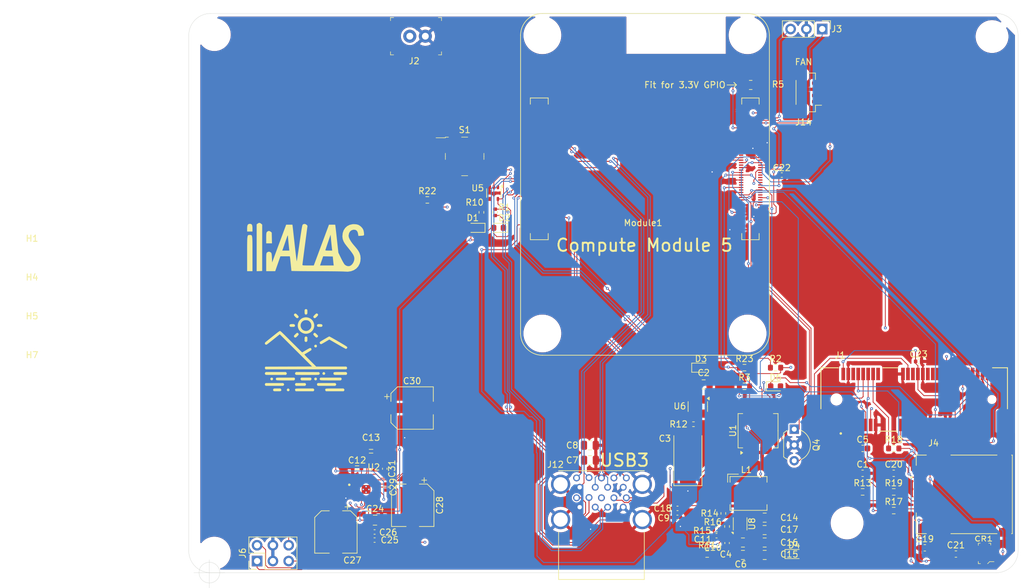
<source format=kicad_pcb>
(kicad_pcb (version 20241229) (generator "pcbnew") (generator_version "9.0")
  (layers (0 "F.Cu" signal) (4 "In1.Cu" power) (6 "In2.Cu" power) (2 "B.Cu" signal) (13 "F.Paste" user) (15 "B.Paste" user) (5 "F.SilkS" user "F.Silkscreen") (7 "B.SilkS" user "B.Silkscreen") (1 "F.Mask" user) (3 "B.Mask" user) (25 "Edge.Cuts" user))
  (net 0 "")
  (net 1 "GND")
  (net 2 "/PCIe-M2/SIM_VDD")
  (net 3 "/CM5_GPIO ( Ethernet, GPIO, SDCARD)/VBAT")
  (net 4 "/CM5_HighSpeed/VBUS")
  (net 5 "/CM5_HighSpeed/+5v")
  (net 6 "/PCIe-M2/M2_3v3")
  (net 7 "/PCIe-M2/FB")
  (net 8 "Net-(CR1-I{slash}O1)")
  (net 9 "Net-(D1-K)")
  (net 10 "Net-(D2-K)")
  (net 11 "Net-(CR1-I{slash}O2)")
  (net 12 "/CM5_GPIO ( Ethernet, GPIO, SDCARD)/nRPIBOOT")
  (net 13 "/CM5_GPIO ( Ethernet, GPIO, SDCARD)/EEPROM_nWP")
  (net 14 "/CM5_GPIO ( Ethernet, GPIO, SDCARD)/SYNC_OUT")
  (net 15 "Net-(R10-Pad2)")
  (net 16 "/+3.3v")
  (net 17 "/CM5_GPIO ( Ethernet, GPIO, SDCARD)/PMIC_ENABLE")
  (net 18 "/CM5_GPIO ( Ethernet, GPIO, SDCARD)/PWR_BUT")
  (net 19 "/CM5_GPIO ( Ethernet, GPIO, SDCARD)/WL_nDis")
  (net 20 "/CM5_GPIO ( Ethernet, GPIO, SDCARD)/BT_nDis")
  (net 21 "Net-(CR1-I{slash}O3)")
  (net 23 "Net-(D3-A)")
  (net 24 "Net-(D4-A)")
  (net 25 "Net-(D6-A)")
  (net 26 "/PCIe-M2/LED_WWAN")
  (net 27 "Net-(U2-MICBIAS_GPI2)")
  (net 28 "Net-(U2-VREF)")
  (net 31 "/+5v")
  (net 33 "/PCIe-M2/W_DISABLE")
  (net 42 "/PCIe-M2/SIM_DATA")
  (net 46 "/CM5_HighSpeed/PCIE_RX_N")
  (net 48 "/CM5_HighSpeed/PCIE_RX_P")
  (net 51 "/CM5_HighSpeed/PCIE_TX_N")
  (net 52 "/PCIe-M2/PERST")
  (net 53 "/CM5_HighSpeed/PCIE_TX_P")
  (net 54 "/CM5_HighSpeed/PCIE_nCLKREQ")
  (net 55 "/CM5_HighSpeed/PCIE_CLK_N")
  (net 56 "/CM5_HighSpeed/PCIE_CLK_P")
  (net 58 "/PCIe-M2/SIM_CLK")
  (net 59 "/PCIe-M2/SIM_RST")
  (net 63 "/CM5_HighSpeed/USB2_P")
  (net 64 "/CM5_HighSpeed/USB2_N")
  (net 65 "/CM5_GPIO ( Ethernet, GPIO, SDCARD)/DREG")
  (net 66 "/CM5_GPIO ( Ethernet, GPIO, SDCARD)/AREG")
  (net 67 "Net-(J6-Pin_2)")
  (net 71 "/CM5_GPIO ( Ethernet, GPIO, SDCARD)/CAM_GPIO0")
  (net 72 "/CM5_GPIO ( Ethernet, GPIO, SDCARD)/CAM_GPIO1")
  (net 74 "/CM5_GPIO ( Ethernet, GPIO, SDCARD)/SDA0")
  (net 75 "/CM5_GPIO ( Ethernet, GPIO, SDCARD)/ID_SC")
  (net 77 "/CM5_GPIO ( Ethernet, GPIO, SDCARD)/ID_SD")
  (net 81 "/CM5_GPIO ( Ethernet, GPIO, SDCARD)/SD_DAT1")
  (net 82 "/CM5_GPIO ( Ethernet, GPIO, SDCARD)/SD_DAT0")
  (net 83 "/CM5_GPIO ( Ethernet, GPIO, SDCARD)/SD_CLK")
  (net 84 "/CM5_GPIO ( Ethernet, GPIO, SDCARD)/SD_CMD")
  (net 85 "/CM5_GPIO ( Ethernet, GPIO, SDCARD)/SD_DAT3")
  (net 86 "/CM5_GPIO ( Ethernet, GPIO, SDCARD)/SD_DAT2")
  (net 87 "/CM5_GPIO ( Ethernet, GPIO, SDCARD)/GPIO2")
  (net 88 "/CM5_GPIO ( Ethernet, GPIO, SDCARD)/GPIO3")
  (net 89 "/CM5_GPIO ( Ethernet, GPIO, SDCARD)/GPIO4")
  (net 90 "/CM5_GPIO ( Ethernet, GPIO, SDCARD)/GPIO14")
  (net 91 "/CM5_GPIO ( Ethernet, GPIO, SDCARD)/GPIO15")
  (net 92 "/CM5_GPIO ( Ethernet, GPIO, SDCARD)/GPIO17")
  (net 93 "/CM5_GPIO ( Ethernet, GPIO, SDCARD)/GPIO18")
  (net 94 "/CM5_GPIO ( Ethernet, GPIO, SDCARD)/GPIO27")
  (net 95 "/CM5_GPIO ( Ethernet, GPIO, SDCARD)/GPIO22")
  (net 96 "/CM5_GPIO ( Ethernet, GPIO, SDCARD)/GPIO23")
  (net 97 "/CM5_GPIO ( Ethernet, GPIO, SDCARD)/GPIO24")
  (net 98 "/CM5_GPIO ( Ethernet, GPIO, SDCARD)/GPIO10")
  (net 99 "/CM5_GPIO ( Ethernet, GPIO, SDCARD)/GPIO9")
  (net 100 "/CM5_GPIO ( Ethernet, GPIO, SDCARD)/GPIO25")
  (net 101 "/CM5_GPIO ( Ethernet, GPIO, SDCARD)/GPIO11")
  (net 102 "/CM5_GPIO ( Ethernet, GPIO, SDCARD)/GPIO8")
  (net 103 "/CM5_GPIO ( Ethernet, GPIO, SDCARD)/GPIO7")
  (net 104 "/CM5_GPIO ( Ethernet, GPIO, SDCARD)/GPIO5")
  (net 105 "/CM5_GPIO ( Ethernet, GPIO, SDCARD)/GPIO6")
  (net 106 "/CM5_GPIO ( Ethernet, GPIO, SDCARD)/GPIO12")
  (net 107 "/CM5_GPIO ( Ethernet, GPIO, SDCARD)/GPIO13")
  (net 108 "/CM5_GPIO ( Ethernet, GPIO, SDCARD)/GPIO19")
  (net 109 "/CM5_GPIO ( Ethernet, GPIO, SDCARD)/GPIO16")
  (net 110 "/CM5_GPIO ( Ethernet, GPIO, SDCARD)/GPIO26")
  (net 111 "/CM5_GPIO ( Ethernet, GPIO, SDCARD)/GPIO20")
  (net 112 "/CM5_GPIO ( Ethernet, GPIO, SDCARD)/GPIO21")
  (net 127 "/CM5_GPIO ( Ethernet, GPIO, SDCARD)/SCL0")
  (net 128 "/CM5_HighSpeed/HDMI1_D2_N")
  (net 129 "/CM5_HighSpeed/HDMI1_D2_P")
  (net 130 "/CC1")
  (net 134 "/CC2")
  (net 136 "/CM5_HighSpeed/USB3-0-D_N")
  (net 137 "/CM5_HighSpeed/USB3-0-D_P")
  (net 138 "/CM5_HighSpeed/USB3-0-RX_N")
  (net 139 "/CM5_HighSpeed/USB3-0-RX_P")
  (net 140 "/CM5_HighSpeed/USB3-0-TX_N")
  (net 141 "/CM5_HighSpeed/USB3-0-TX_P")
  (net 142 "/CM5_HighSpeed/USB3-1-D_N")
  (net 143 "/CM5_HighSpeed/USB3-1-D_P")
  (net 144 "/CM5_HighSpeed/USB3-1-RX_N")
  (net 145 "/CM5_HighSpeed/USB3-1-RX_P")
  (net 146 "/CM5_HighSpeed/USB3-1-TX_N")
  (net 147 "/CM5_HighSpeed/USB3-1-TX_P")
  (net 148 "/CM5_GPIO ( Ethernet, GPIO, SDCARD)/TACHO")
  (net 149 "/CM5_GPIO ( Ethernet, GPIO, SDCARD)/PWM")
  (net 166 "Net-(J6-Pin_6)")
  (net 167 "Net-(J6-Pin_1)")
  (net 168 "Net-(R22-Pad2)")
  (net 172 "Net-(U8-LX)")
  (net 173 "/CM5_GPIO ( Ethernet, GPIO, SDCARD)/TRD3_P")
  (net 174 "/CM5_GPIO ( Ethernet, GPIO, SDCARD)/TRD1_P")
  (net 175 "/CM5_GPIO ( Ethernet, GPIO, SDCARD)/TRD3_N")
  (net 176 "/CM5_GPIO ( Ethernet, GPIO, SDCARD)/TRD1_N")
  (net 177 "/CM5_GPIO ( Ethernet, GPIO, SDCARD)/TRD2_N")
  (net 178 "/CM5_GPIO ( Ethernet, GPIO, SDCARD)/TRD0_N")
  (net 179 "/CM5_GPIO ( Ethernet, GPIO, SDCARD)/TRD2_P")
  (net 180 "/CM5_GPIO ( Ethernet, GPIO, SDCARD)/TRD0_P")
  (net 181 "/CM5_GPIO ( Ethernet, GPIO, SDCARD)/ETH_LEDY")
  (net 182 "/CM5_GPIO ( Ethernet, GPIO, SDCARD)/ETH_LEDG")
  (net 183 "Net-(Module1A-LED_nACT)")
  (net 189 "/CM5_GPIO ( Ethernet, GPIO, SDCARD)/SD_PWR_ON")
  (net 190 "/CM5_GPIO ( Ethernet, GPIO, SDCARD)/GPIO_VREF")
  (net 191 "/CM5_GPIO ( Ethernet, GPIO, SDCARD)/+1.8v")
  (net 192 "/CM5_GPIO ( Ethernet, GPIO, SDCARD)/nPWR_LED")
  (net 193 "/CM5_HighSpeed/PCIE_PWR_EN")
  (net 194 "/CM5_HighSpeed/PCIE_nWAKE")
  (net 195 "/CM5_HighSpeed/PCIE_nRST")
  (net 196 "/CM5_HighSpeed/VBUS_EN")
  (net 197 "Net-(U6-ILIM)")
  (net 202 "Net-(J6-Pin_5)")
  (net 204 "/CM5_HighSpeed/USBOTG_ID")
  (footprint "Resistor_SMD:R_0402_1005Metric" (layer "F.Cu") (at 152.7 102 90)
    (property "Reference" "R10")
    (property "Value" "1k")
  )
  (footprint "LED_SMD:LED_0603_1608Metric" (layer "F.Cu") (at 155.45 104.5 180)
    (property "Reference" "D2")
    (property "Value" "LED Green")
  )
  (footprint "LED_SMD:LED_0603_1608Metric" (layer "F.Cu") (at 151.8 104.5 180)
    (property "Reference" "D1")
    (property "Value" "LED Red")
  )
  (footprint "Resistor_SMD:R_0402_1005Metric" (layer "F.Cu") (at 154.9 102 90)
    (property "Reference" "R1")
    (property "Value" "1k")
  )
  (footprint "Package_TO_SOT_SMD:SOT-353_SC-70-5" (layer "F.Cu") (at 154.7 98.9 -90)
    (property "Reference" "U5")
    (property "Value" "74LVC1G07SE-7")
  )
  (footprint "CM5IO:MountingHole_2.7mm_M2.5_DIN965" (layer "F.Cu") (at 109.75 156.85)
    (property "Reference" "H2" (hide yes))
    (property "Value" "MountingHole")
  )
  (footprint "CM5IO:MountingHole_2.7mm_M2.5_DIN965" (layer "F.Cu") (at 109.75 73.4)
    (property "Reference" "H3" (hide yes))
    (property "Value" "MountingHole")
  )
  (footprint "CM5IO:MountingHole_2.7mm_M2.5_DIN965" (layer "F.Cu") (at 234.81 73.71)
    (property "Reference" "H6" (hide yes))
    (property "Value" "MountingHole")
  )
  (footprint "CM5IO:MountingHole_2.7mm_M2.5_DIN965" (layer "F.Cu") (at 211.5 152)
    (property "Reference" "H8" (hide yes))
    (property "Value" "MountingHole")
  )
  (footprint "Resistor_SMD:R_0805_2012Metric_Pad1.20x1.40mm_HandSolder" (layer "F.Cu") (at 196 81.5)
    (property "Reference" "R5")
    (property "Value" "0R")
  )
  (footprint "Package_DFN_QFN:DFN-8-1EP_2x2mm_P0.5mm_EP1.05x1.75mm" (layer "F.Cu") (at 194.3 152.1425 90)
    (property "Reference" "U8")
    (property "Value" "AP3441SHE-7B")
  )
  (footprint "Connector_PinHeader_2.54mm:PinHeader_1x03_P2.54mm_Vertical" (layer "F.Cu") (at 207.5 72.5 -90)
    (property "Reference" "J3")
    (property "Value" "Conn_01x03")
  )
  (footprint "Capacitor_SMD:C_0402_1005Metric" (layer "F.Cu") (at 201 96)
    (property "Reference" "C22")
    (property "Value" "100n")
  )
  (footprint "Capacitor_SMD:C_0805_2012Metric" (layer "F.Cu") (at 194.75 157.1425)
    (property "Reference" "C6")
    (property "Value" "10u")
  )
  (footprint "Capacitor_SMD:C_0805_2012Metric" (layer "F.Cu") (at 198.25 155.1425 180)
    (property "Reference" "C16")
    (property "Value" "10u")
  )
  (footprint "Capacitor_SMD:CP_Elec_6.3x5.9" (layer "F.Cu") (at 141.55 133.5)
    (property "Reference" "C30")
    (property "Value" "10uF")
  )
  (footprint "Resistor_SMD:R_0603_1608Metric" (layer "F.Cu") (at 144 100)
    (property "Reference" "R22")
    (property "Value" "1K")
  )
  (footprint "digikey-footprints:PinHeader_1x2_P2.5mm_Drill1.1mm" (layer "F.Cu") (at 143.68 73.655 180)
    (property "Reference" "J2")
    (property "Value" "B2B-XH-A_LF__SN_")
  )
  (footprint "digikey-footprints:0603" (layer "F.Cu") (at 134.95 140.45)
    (property "Reference" "C13")
    (property "Value" "1uF")
  )
  (footprint "Capacitor_SMD:C_0402_1005Metric" (layer "F.Cu") (at 192.2 155.2275 -90)
    (property "Reference" "C10")
    (property "Value" "100n")
  )
  (footprint "Capacitor_SMD:C_0402_1005Metric" (layer "F.Cu") (at 190.5 154.0425)
    (property "Reference" "C11")
    (property "Value" "4.7nF")
  )
  (footprint "Resistor_SMD:R_0603_1608Metric" (layer "F.Cu") (at 189 157)
    (property "Reference" "R11")
    (property "Value" "330")
  )
  (footprint "Capacitor_SMD:C_0805_2012Metric" (layer "F.Cu") (at 170.1375 139.5)
    (property "Reference" "C8")
    (property "Value" "10u")
  )
  (footprint "Capacitor_SMD:C_0603_1608Metric" (layer "F.Cu") (at 219 144)
    (property "Reference" "C20")
    (property "Value" "33pF")
  )
  (footprint "CM5IO:MTCONN_UBAF30-D2011" (layer "F.Cu") (at 172 151.45)
    (property "Reference" "J12")
    (property "Value" "USB3_A")
  )
  (footprint "0679105700:MOLEX_67910-5700" (layer "F.Cu") (at 220.4875 132.121)
    (property "Reference" "J1")
    (property "Value" "67910-5700")
  )
  (footprint "Resistor_SMD:R_0603_1608Metric" (layer "F.Cu") (at 219 147)
    (property "Reference" "R19")
    (property "Value" "15K")
  )
  (footprint "Connector_JST:JST_SH_BM04B-SRSS-TB_1x04-1MP_P1.00mm_Vertical" (layer "F.Cu") (at 205.3 82.7 90)
    (property "Reference" "J14")
    (property "Value" "JST_SHBM04B-SRSS-TB")
  )
  (footprint "Capacitor_SMD:C_0402_1005Metric" (layer "F.Cu") (at 137.15 143.27 -90)
    (property "Reference" "C31")
    (property "Value" "100n")
  )
  (footprint "digikey-footprints:Switch_Tactile_SMD_6x6mm_PTS645" (layer "F.Cu") (at 150 93)
    (property "Reference" "S1")
    (property "Value" "PTS645SM43SMTR92_LFS")
  )
  (footprint "Capacitor_SMD:C_0805_2012Metric" (layer "F.Cu") (at 188.4375 129.7 180)
    (property "Reference" "C2")
    (property "Value" "10u")
  )
  (footprint "Capacitor_Tantalum_SMD:CP_EIA-7343-31_Kemet-D" (layer "F.Cu") (at 185.9 141.5875 90)
    (property "Reference" "C3")
    (property "Value" "100uF")
  )
  (footprint "CM5IO:MountingHole_2.7mm_M2.5_DIN965" (layer "F.Cu") (at 80.43 115.81)
    (property "Reference" "H4")
    (property "Value" "MountingHole")
  )
  (footprint "Capacitor_SMD:C_0805_2012Metric" (layer "F.Cu") (at 198.2375 153.1425 180)
    (property "Reference" "C17")
    (property "Value" "10u")
  )
  (footprint "CM5IO:MountingHole_2.7mm_M2.5_DIN965" (layer "F.Cu") (at 80.43 128.31)
    (property "Reference" "H7")
    (property "Value" "MountingHole")
  )
  (footprint "Resistor_SMD:R_0603_1608Metric" (layer "F.Cu") (at 214 147)
    (property "Reference" "R13")
    (property "Value" "22R")
  )
  (footprint "Capacitor_SMD:C_0402_1005Metric" (layer "F.Cu") (at 135.52 153.45)
    (property "Reference" "C26")
    (property "Value" "100n")
  )
  (footprint "Resistor_SMD:R_0603_1608Metric" (layer "F.Cu") (at 219 150)
    (property "Reference" "R17")
    (property "Value" "22R")
  )
  (footprint "Package_TO_SOT_SMD:SOT-23-6" (layer "F.Cu") (at 187.5 133.2625 -90)
    (property "Reference" "U6")
    (property "Value" "AP22653W6")
  )
  (footprint "CM5IO:L_Bourns_SRP5030CC" (layer "F.Cu") (at 195.65 147.2425)
    (property "Reference" "L1")
    (property "Value" "2.2uH")
  )
  (footprint "TLV320ADC6120IRTER:IC_TLV320ADC6120IRTER" (layer "F.Cu") (at 134.15 146.6)
    (property "Reference" "U2")
    (property "Value" "TLV320ADC6120IRTER")
  )
  (footprint "Capacitor_SMD:C_0402_1005Metric" (layer "F.Cu") (at 184.23 149.65 180)
    (property "Reference" "C18")
    (property "Value" "100n")
  )
  (footprint "LED_SMD:LED_0603_1608Metric" (layer "F.Cu") (at 188 127)
    (property "Reference" "D3")
    (property "Value" "LED Red")
  )
  (footprint "Resistor_SMD:R_0603_1608Metric" (layer "F.Cu") (at 200 127)
    (property "Reference" "R2")
    (property "Value" "330")
  )
  (footprint "Package_SO:SOIC-8_5.3x6.2mm_P1.27mm" (layer "F.Cu") (at 197.185 137.15 90)
    (property "Reference" "U1")
    (property "Value" "CAT24C128")
  )
  (footprint "Capacitor_SMD:C_0402_1005Metric" (layer "F.Cu") (at 135.52 154.75)
    (property "Reference" "C25")
    (property "Value" "100n")
  )
  (footprint "Capacitor_SMD:C_0603_1608Metric" (layer "F.Cu") (at 214 144)
    (property "Reference" "C1")
    (property "Value" "0.1uF")
  )
  (footprint "Resistor_SMD:R_0402_1005Metric" (layer "F.Cu") (at 192.2 152.5575 90)
    (property "Reference" "R16")
    (property "Value" "2.2K 1%")
  )
  (footprint "Capacitor_SMD:C_0603_1608Metric" (layer "F.Cu") (at 224 156)
    (property "Reference" "C19")
    (property "Value" "33pF")
  )
  (footprint "Capacitor_SMD:C_0805_2012Metric" (layer "F.Cu") (at 170.15 141.9)
    (property "Reference" "C7")
    (property "Value" "10u")
  )
  (footprint "digikey-footprints:SOT23-6L" (layer "F.Cu") (at 233.6 156.9 90)
    (property "Reference" "CR1")
    (property "Value" "DALC208SC6")
  )
  (footprint "Resistor_SMD:R_0402_1005Metric" (layer "F.Cu") (at 190.5 153.0425)
    (property "Reference" "R15")
    (property "Value" "10K 1%")
  )
  (footprint "Resistor_SMD:R_0402_1005Metric" (layer "F.Cu") (at 186.8 136.1 180)
    (property "Reference" "R12")
    (property "Value" "15K 1%")
  )
  (footprint "Connector_PinHeader_2.54mm:PinHeader_2x03_P2.54mm_Vertical" (layer "F.Cu") (at 116.625 158.125 90)
    (property "Reference" "J6")
    (property "Value" "Conn_02x03_Counter_Clockwise")
  )
  (footprint "Resistor_SMD:R_0603_1608Metric" (layer "F.Cu") (at 195 130)
    (property "Reference" "R3")
    (property "Value" "330")
  )
  (footprint "Capacitor_SMD:C_0805_2012Metric" (layer "F.Cu") (at 198.25 157.1425 180)
    (property "Reference" "C15")
    (property "Value" "10u")
  )
  (footprint "digikey-footprints:0805" (layer "F.Cu") (at 135.6 151.55)
    (property "Reference" "C24")
    (property "Value" "1uF")
  )
  (footprint "Capacitor_SMD:C_0805_2012Metric" (layer "F.Cu") (at 198.25 151.1425 180)
    (property "Reference" "C14")
    (property "Value" "10u")
  )
  (footprint "Capacitor_SMD:C_0402_1005Metric" (layer "F.Cu") (at 184.22 151.1 180)
    (property "Reference" "C9")
    (property "Value" "100n")
  )
  (footprint "Resistor_SMD:R_0603_1608Metric" (layer "F.Cu") (at 219 140)
    (property "Reference" "R18")
    (property "Value" "22R")
  )
  (footprint "Ridgeline:Alas" (layer "F.Cu") (at 124.5 107.7)
    (property "Reference" "G***" (hide yes))
    (property "Value" "LOGO" (hide yes))
  )
  (footprint "Capacitor_SMD:CP_Elec_6.3x5.9" (layer "F.Cu") (at 141.65 149.15 -90)
    (property "Reference" "C28")
    (property "Value" "10uF")
  )
  (footprint "Package_TO_SOT_THT:TO-92L_Inline_Wide" (layer "F.Cu") (at 203 136.9 -90)
    (property "Reference" "Q4")
    (property "Value" "DTC143Z")
  )
  (footprint "Resistor_SMD:R_0402_1005Metric" (layer "F.Cu") (at 191.6 150.4575 -90)
    (property "Reference" "R14")
    (property "Value" "100K 1%")
  )
  (footprint "Capacitor_SMD:CP_Elec_6.3x5.9" (layer "F.Cu") (at 129.3 153.45 -90)
    (property "Reference" "C27")
    (property "Value" "10uF")
  )
  (footprint "Resistor_SMD:R_0603_1608Metric" (layer "F.Cu") (at 195 127)
    (property "Reference" "R23")
    (property "Value" "10K")
  )
  (footprint "Capacitor_SMD:C_0603_1608Metric" (layer "F.Cu") (at 229 157)
    (property "Reference" "C21")
    (property "Value" "33pF")
  )
  (footprint "CM5IO:MountingHole_2.7mm_M2.5_DIN965" (layer "F.Cu") (at 80.43 109.56)
    (property "Reference" "H1")
    (property "Value" "MountingHole")
  )
  (footprint "Capacitor_SMD:C_0402_1005Metric" (layer "F.Cu") (at 137.35 146.22 -90)
    (property "Reference" "C29")
    (property "Value" "100n")
  )
  (footprint "CM5IO:Raspberry-Pi-5-Compute-Module" (layer "F.Cu") (at 195.5 73.5 180)
    (property "Reference" "Module1")
    (property "Value" "ComputeModule5-CM5")
  )
  (footprint "0786463001:MOLEX_0786463001" (layer "F.Cu") (at 230.345 147.395)
    (property "Reference" "J4")
    (property "Value" "0786463001")
  )
  (footprint "Capacitor_SMD:C_0402_1005Metric" (layer "F.Cu") (at 223 126)
    (property "Reference" "C23")
    (property "Value" "100n")
  )
  (footprint "LED_SMD:LED_0603_1608Metric" (layer "F.Cu") (at 203 157)
    (property "Reference" "D4")
    (property "Value" "LED Red")
  )
  (footprint "Capacitor_SMD:C_0805_2012Metric" (layer "F.Cu") (at 194.75 155.1425)
    (property "Reference" "C4")
    (property "Value" "10u")
  )
  (footprint "digikey-footprints:0603" (layer "F.Cu") (at 132.7 143.1 180)
    (property "Reference" "C12")
    (property "Value" "1uF")
  )
  (footprint "Capacitor_SMD:C_0603_1608Metric" (layer "F.Cu") (at 214 140)
    (property "Reference" "C5")
    (property "Value" "33pF")
  )
  (footprint "Ridgeline:Ridgeline" (layer "F.Cu") (at 124.5 124.2)
    (property "Reference" "G***" (hide yes))
    (property "Value" "LOGO" (hide yes))
  )
  (footprint "CM5IO:MountingHole_2.7mm_M2.5_DIN965" (layer "F.Cu") (at 80.43 122.06)
    (property "Reference" "H5")
    (property "Value" "MountingHole")
  )
  (footprint "LED_SMD:LED_0603_1608Metric" (layer "F.Cu") (at 200 130)
    (property "Reference" "D6")
    (property "Value" "LED Red")
  )
  (gr_line (start 192.2 81.5) (end 193.7 81.5) (stroke (width 0.12)) (layer "F.SilkS"))
  (gr_line (start 193.7 81.5) (end 193.3 81.9) (stroke (width 0.12)) (layer "F.SilkS"))
  (gr_line (start 193.7 81.5) (end 193.3 81.1) (stroke (width 0.12)) (layer "F.SilkS"))
  (gr_line (start 193.3 81.1) (end 193.7 81.5) (stroke (width 0.12)) (layer "F.SilkS"))
  (gr_line (start 239 156.5) (end 239 73.5) (stroke (width 0.05)) (layer "Edge.Cuts"))
  (gr_line (start 235.5 70) (end 109.14 70) (stroke (width 0.05)) (layer "Edge.Cuts"))
  (gr_line (start 105.64 156.5) (end 105.64 73.5) (stroke (width 0.05)) (layer "Edge.Cuts"))
  (gr_arc (start 105.64 73.5) (mid 106.665126 71.025126) (end 109.14 70) (stroke (width 0.05)) (layer "Edge.Cuts"))
  (gr_line (start 109.14 160) (end 235.5 160) (stroke (width 0.05)) (layer "Edge.Cuts"))
  (gr_arc (start 109.14 160) (mid 106.665126 158.974874) (end 105.64 156.5) (stroke (width 0.05)) (layer "Edge.Cuts"))
  (gr_arc (start 235.5 70) (mid 237.974874 71.025126) (end 239 73.5) (stroke (width 0.05)) (layer "Edge.Cuts"))
  (gr_arc (start 239 156.5) (mid 237.974874 158.974874) (end 235.5 160) (stroke (width 0.05)) (layer "Edge.Cuts"))
  (gr_text "Fit for 3.3V GPIO " (at 185.8 81.5 0) (layer "F.SilkS") (effects (font (size 1 1))))
  (gr_text "FAN" (at 204.5 77.8 0) (layer "F.SilkS") (effects (font (size 1 1))))
  (gr_text "USB3" (at 175.7 141.9 0) (layer "F.SilkS") (effects (font (size 2 2) (thickness 0.3))))
  (gr_text "Compute Module 5" (at 178.9 107.3 0) (layer "F.SilkS") (effects (font (size 2 2) (thickness 0.3))))
  (target plus (at 108.95 159.99) (size 5) (width 0.05) (layer "Edge.Cuts"))
  (segment (start 163.54 98.8) (end 160.46 98.8) (width 0.13) (layer "F.Cu") (net 1))
  (segment (start 163.54 102.4) (end 160.46 102.4) (width 0.13) (layer "F.Cu") (net 1))
  (segment (start 194.46 102.4) (end 193.4 102.4) (width 0.13) (layer "F.Cu") (net 1))
  (segment (start 196.5 101.95) (end 196.5 102.65) (width 0.13) (layer "F.Cu") (net 1))
  (segment (start 140.2 142.45) (end 143.15 139.5) (width 0.13) (layer "F.Cu") (net 1))
  (segment (start 132.9 148) (end 130.9 148) (width 0.13) (layer "F.Cu") (net 1))
  (segment (start 193.4 102.4) (end 193.3 102.5) (width 0.13) (layer "F.Cu") (net 1))
  (segment (start 197.54 90.8) (end 198.65 90.8) (width 0.13) (layer "F.Cu") (net 1))
  (segment (start 193.1 98.8) (end 193 98.7) (width 0.13) (layer "F.Cu") (net 1))
  (segment (start 196.5 101.45) (end 196.5 101.95) (width 0.13) (layer "F.Cu") (net 1))
  (segment (start 194.46 90.4) (end 193.35 90.4) (width 0.13) (layer "F.Cu") (net 1))
  (segment (start 193.3 103.45) (end 193.15 103.6) (width 0.13) (layer "F.Cu") (net 1))
  (segment (start 194.46 100.8) (end 195.2 100.8) (width 0.13) (layer "F.Cu") (net 1))
  (segment (start 195.2 100.8) (end 195.35 100.95) (width 0.13) (layer "F.Cu") (net 1))
  (segment (start 197.54 93.2) (end 197.06 93.2) (width 0.13) (layer "F.Cu") (net 1))
  (segment (start 161.6 96.4) (end 161.9 96.7) (width 0.13) (layer "F.Cu") (net 1))
  (segment (start 193.25 90.5) (end 193.25 91.9) (width 0.13) (layer "F.Cu") (net 1))
  (segment (start 197.06 93.2) (end 196.35 92.49) (width 0.13) (layer "F.Cu") (net 1))
  (segment (start 200.3 93.2) (end 197.54 93.2) (width 0.13) (layer "F.Cu") (net 1))
  (segment (start 191.1 96.8) (end 189.8 95.5) (width 0.13) (layer "F.Cu") (net 1))
  (segment (start 195.35 102.2) (end 195.15 102.4) (width 0.13) (layer "F.Cu") (net 1))
  (segment (start 163.54 91.6) (end 160.46 91.6) (width 0.13) (layer "F.Cu") (net 1))
  (segment (start 193.25 91.9) (end 193.35 92) (width 0.13) (layer "F.Cu") (net 1))
  (segment (start 199.95 94.45) (end 200.5 93.9) (width 0.13) (layer "F.Cu") (net 1))
  (segment (start 135.4 148) (end 136.65 149.25) (width 0.13) (layer "F.Cu") (net 1))
  (segment (start 143.15 139.5) (end 149.175 139.5) (width 0.13) (layer "F.Cu") (net 1))
  (segment (start 161.9 97.2) (end 161.9 96.7) (width 0.13) (layer "F.Cu") (net 1))
  (segment (start 161.9 96.7) (end 161 97.6) (width 0.13) (layer "F.Cu") (net 1))
  (segment (start 196.5 102) (end 196.9 102.4) (width 0.13) (layer "F.Cu") (net 1))
  (segment (start 163.54 85.6) (end 160.46 85.6) (width 0.13) (layer "F.Cu") (net 1))
  (segment (start 163.54 89.2) (end 160.46 89.2) (width 0.13) (layer "F.Cu") (net 1))
  (segment (start 197.54 103.6) (end 196.85 103.6) (width 0.13) (layer "F.Cu") (net 1))
  (segment (start 195.6 94.8) (end 195.65 94.75) (width 0.13) (layer "F.Cu") (net 1))
  (segment (start 194.46 98.8) (end 193.1 98.8) (width 0.13) (layer "F.Cu") (net 1))
  (segment (start 163.54 101.2) (end 160.46 101.2) (width 0.13) (layer "F.Cu") (net 1))
  (segment (start 196.5 101.95) (end 196.5 102) (width 0.13) (layer "F.Cu") (net 1))
  (segment (start 135.4 145.2) (end 135.544 145.056) (width 0.13) (layer "F.Cu") (net 1))
  (segment (start 196.4 100.55) (end 196.4 101.35) (width 0.13) (layer "F.Cu") (net 1))
  (segment (start 163.54 94) (end 160.46 94) (width 0.13) (layer "F.Cu") (net 1))
  (segment (start 163.54 86.8) (end 160.46 86.8) (width 0.13) (layer "F.Cu") (net 1))
  (segment (start 196.5 103.25) (end 196.5 102.65) (width 0.13) (layer "F.Cu") (net 1))
  (segment (start 196.85 103.6) (end 196.5 103.25) (width 0.13) (layer "F.Cu") (net 1))
  (segment (start 196.65 92) (end 196.35 91.7) (width 0.13) (layer "F.Cu") (net 1))
  (segment (start 200.5 93.9) (end 200.5 93.4) (width 0.13) (layer "F.Cu") (net 1))
  (segment (start 194.46 85.6) (end 193.55 85.6) (width 0.13) (layer "F.Cu") (net 1))
  (segment (start 195.15 102.4) (end 194.46 102.4) (width 0.13) (layer "F.Cu") (net 1))
  (segment (start 132 144.3) (end 132 143.1) (width 0.13) (layer "F.Cu") (net 1))
  (segment (start 137.512038 143.75) (end 139.08 142.182038) (width 0.13) (layer "F.Cu") (net 1))
  (segment (start 196.2 99.95) (end 196.6 100.35) (width 0.13) (layer "F.Cu") (net 1))
  (segment (start 196.2 99.087962) (end 196.2 99.95) (width 0.13) (layer "F.Cu") (net 1))
  (segment (start 135.544 145.056) (end 138.956039 145.056) (width 0.13) (layer "F.Cu") (net 1))
  (segment (start 200.5 93.4) (end 200.3 93.2) (width 0.13) (layer "F.Cu") (net 1))
  (segment (start 162.3 97.6) (end 161.9 97.2) (width 0.13) (layer "F.Cu") (net 1))
  (segment (start 139.08 139.56) (end 140.36 138.28) (width 0.13) (layer "F.Cu") (net 1))
  (segment (start 163.54 92.8) (end 160.46 92.8) (width 0.13) (layer "F.Cu") (net 1))
  (segment (start 196.35 92.49) (end 196.35 91.7) (width 0.13) (layer "F.Cu") (net 1))
  (segment (start 161 97.6) (end 160.46 97.6) (width 0.13) (layer "F.Cu") (net 1))
  (segment (start 163.54 88) (end 160.46 88) (width 0.13) (layer "F.Cu") (net 1))
  (segment (start 193.1 103.6) (end 192.65 104.05) (width 0.13) (layer "F.Cu") (net 1))
  (segment (start 149.175 139.5) (end 150.75 141.075) (width 0.13) (layer "F.Cu") (net 1))
  (segment (start 136.65 149.25) (end 136.65 151.55) (width 0.13) (layer "F.Cu") (net 1))
  (segment (start 193.55 85.6) (end 193.5 85.65) (width 0.13) (layer "F.Cu") (net 1))
  (segment (start 194.46 96.8) (end 191.1 96.8) (width 0.13) (layer "F.Cu") (net 1))
  (segment (start 132.9 145.2) (end 132 144.3) (width 0.13) (layer "F.Cu") (net 1))
  (segment (start 196.6 100.35) (end 196.4 100.55) (width 0.13) (layer "F.Cu") (net 1))
  (segment (start 192.65 104.05) (end 192.65 104.8) (width 0.13) (layer "F.Cu") (net 1))
  (segment (start 163.54 97.6) (end 162.3 97.6) (width 0.13) (layer "F.Cu") (net 1))
  (segment (start 193.3 102.5) (end 193.3 103.45) (width 0.13) (layer "F.Cu") (net 1))
  (segment (start 160.46 96.4) (end 161.6 96.4) (width 0.13) (layer "F.Cu") (net 1))
  (segment (start 197.54 98.4) (end 196.887962 98.4) (width 0.13) (layer "F.Cu") (net 1))
  (segment (start 197.49 100.35) (end 196.6 100.35) (width 0.13) (layer "F.Cu") (net 1))
  (segment (start 194.46 104.8) (end 192.65 104.8) (width 0.13) (layer "F.Cu") (net 1))
  (segment (start 139.08 142.182038) (end 139.08 140.97) (width 0.13) (layer "F.Cu") (net 1))
  (segment (start 197.54 92) (end 196.65 92) (width 0.13) (layer "F.Cu") (net 1))
  (segment (start 139.08 140.97) (end 139.08 139.56) (width 0.13) (layer "F.Cu") (net 1))
  (segment (start 196.887962 98.4) (end 196.2 99.087962) (width 0.13) (layer "F.Cu") (net 1))
  (segment (start 194.46 92) (end 193.35 92) (width 0.13) (layer "F.Cu") (net 1))
  (segment (start 197.54 94.4) (end 199.9 94.4) (width 0.13) (layer "F.Cu") (net 1))
  (segment (start 163.54 103.6) (end 160.46 103.6) (width 0.13) (layer "F.Cu") (net 1))
  (segment (start 194.46 103.6) (end 193.15 103.6) (width 0.13) (layer "F.Cu") (net 1))
  (segment (start 137.15 143.75) (end 137.512038 143.75) (width 0.13) (layer "F.Cu") (net 1))
  (segment (start 199.9 94.4) (end 199.95 94.45) (width 0.13) (layer "F.Cu") (net 1))
  (segment (start 138.956039 145.056) (end 140.2 143.812039) (width 0.13) (layer "F.Cu") (net 1))
  (segment (start 140.2 143.812039) (end 140.2 142.45) (width 0.13) (layer "F.Cu") (net 1))
  (segment (start 196.9 102.4) (end 197.54 102.4) (width 0.13) (layer "F.Cu") (net 1))
  (segment (start 163.54 90.4) (end 160.46 90.4) (width 0.13) (layer "F.Cu") (net 1))
  (segment (start 194.46 94.8) (end 195.6 94.8) (width 0.13) (layer "F.Cu") (net 1))
  (segment (start 194.46 93.2) (end 193.55 93.2) (width 0.13) (layer "F.Cu") (net 1))
  (segment (start 196.4 101.35) (end 196.5 101.45) (width 0.13) (layer "F.Cu") (net 1))
  (segment (start 193.35 90.4) (end 193.25 90.5) (width 0.13) (layer "F.Cu") (net 1))
  (segment (start 193.15 103.6) (end 193.1 103.6) (width 0.13) (layer "F.Cu") (net 1))
  (segment (start 197.54 100.4) (end 197.49 100.35) (width 0.13) (layer "F.Cu") (net 1))
  (segment (start 163.54 100) (end 160.46 100) (width 0.13) (layer "F.Cu") (net 1))
  (segment (start 195.35 100.95) (end 195.35 102.2) (width 0.13) (layer "F.Cu") (net 1))
  (via (at 192.65 104.8) (size 0.45) (drill 0.2) (layers "F.Cu" "B.Cu") (net 1))
  (via (at 189.8 95.5) (size 0.45) (drill 0.2) (layers "F.Cu" "B.Cu") (net 1))
  (via (at 130.9 148) (size 0.45) (drill 0.2) (layers "F.Cu" "B.Cu") (net 1))
  (via (at 196.5 102.65) (size 0.45) (drill 0.2) (layers "F.Cu" "B.Cu") (net 1))
  (via (at 140.36 138.28) (size 0.45) (drill 0.2) (layers "F.Cu" "B.Cu") (net 1))
  (via (at 198.65 90.8) (size 0.45) (drill 0.2) (layers "F.Cu" "B.Cu") (net 1))
  (via (at 196.35 91.7) (size 0.45) (drill 0.2) (layers "F.Cu" "B.Cu") (net 1))
  (segment (start 140.43 138.35) (end 141.15 138.35) (width 0.13) (layer "B.Cu") (net 1))
  (segment (start 140.36 138.28) (end 140.43 138.35) (width 0.13) (layer "B.Cu") (net 1))
  (segment (start 213.225 144) (end 213.225 145.175) (width 0.13) (layer "F.Cu") (net 2))
  (segment (start 232.45 157.85) (end 232.45 158.65) (width 0.13) (layer "F.Cu") (net 2))
  (segment (start 213.3 130.75) (end 213.3 130.45) (width 0.13) (layer "F.Cu") (net 2))
  (segment (start 232.3 158.8) (end 222.5 158.8) (width 0.13) (layer "F.Cu") (net 2))
  (segment (start 221.3 143.2) (end 220.5 142.4) (width 0.13) (layer "F.Cu") (net 2))
  (segment (start 213.5 145.5) (end 215.45 145.5) (width 0.13) (layer "F.Cu") (net 2))
  (segment (start 221.45 144.1) (end 221.3 143.95) (width 0.13) (layer "F.Cu") (net 2))
  (segment (start 218.175 147) (end 218.175 144.05) (width 0.13) (layer "F.Cu") (net 2))
  (segment (start 216.95 147) (end 218.175 147) (width 0.13) (layer "F.Cu") (net 2))
  (segment (start 232.45 158.65) (end 232.3 158.8) (width 0.13) (layer "F.Cu") (net 2))
  (segment (start 213.225 145.175) (end 213.2 145.2) (width 0.13) (layer "F.Cu") (net 2))
  (segment (start 222.5 158.8) (end 221.8 158.1) (width 0.13) (layer "F.Cu") (net 2))
  (segment (start 220.5 142.4) (end 218.5 142.4) (width 0.13) (layer "F.Cu") (net 2))
  (segment (start 221.3 143.95) (end 221.3 143.2) (width 0.13) (layer "F.Cu") (net 2))
  (segment (start 218.225 142.675) (end 218.225 144) (width 0.13) (layer "F.Cu") (net 2))
  (segment (start 215.45 145.5) (end 216.95 147) (width 0.13) (layer "F.Cu") (net 2))
  (segment (start 221.99 144.64) (end 221.45 144.1) (width 0.13) (layer "F.Cu") (net 2))
  (segment (start 213.3 130.45) (end 213.2875 130.4375) (width 0.13) (layer "F.Cu") (net 2))
  (segment (start 213.2 145.2) (end 213.5 145.5) (width 0.13) (layer "F.Cu") (net 2))
  (segment (start 218.5 142.4) (end 218.225 142.675) (width 0.13) (layer "F.Cu") (net 2))
  (segment (start 213.2875 130.4375) (end 213.2875 128.021) (width 0.13) (layer "F.Cu") (net 2))
  (segment (start 223.05 144.64) (end 221.99 144.64) (width 0.13) (layer "F.Cu") (net 2))
  (via (at 213.3 130.75) (size 0.45) (drill 0.2) (layers "F.Cu" "B.Cu") (net 2))
  (via (at 221.45 144.1) (size 0.45) (drill 0.2) (layers "F.Cu" "B.Cu") (net 2))
  (via (at 221.8 158.1) (size 0.45) (drill 0.2) (layers "F.Cu" "B.Cu") (net 2))
  (segment (start 220.9 138.7) (end 219.8 138.7) (width 0.13) (layer "B.Cu") (net 2))
  (segment (start 218 130.75) (end 219.8 132.55) (width 0.13) (layer "B.Cu") (net 2))
  (segment (start 218 130.75) (end 213.3 130.75) (width 0.13) (layer "B.Cu") (net 2))
  (segment (start 222.4 140.8) (end 222.4 140.2) (width 0.13) (layer "B.Cu") (net 2))
  (segment (start 222.4 140.2) (end 220.9 138.7) (width 0.13) (layer "B.Cu") (net 2))
  (segment (start 219.8 138.7) (end 219.8 132.55) (width 0.13) (layer "B.Cu") (net 2))
  (segment (start 221.8 158.1) (end 221.8 144.45) (width 0.13) (layer "B.Cu") (net 2))
  (segment (start 221.45 144.1) (end 221.45 141.75) (width 0.13) (layer "B.Cu") (net 2))
  (segment (start 221.8 144.45) (end 221.45 144.1) (width 0.13) (layer "B.Cu") (net 2))
  (segment (start 221.45 141.75) (end 222.4 140.8) (width 0.13) (layer "B.Cu") (net 2))
  (segment (start 185.35 142.4) (end 185.1 142.15) (width 0.13) (layer "F.Cu") (net 4))
  (segment (start 169.1875 139.5) (end 169.1875 141.8875) (width 0.13) (layer "F.Cu") (net 4))
  (segment (start 180.4 148.8) (end 177.95 148.8) (width 0.13) (layer "F.Cu") (net 4))
  (segment (start 180.95 148.8) (end 180.4 148.8) (width 0.13) (layer "F.Cu") (net 4))
  (segment (start 175.25 151.5) (end 175.15 151.5) (width 0.13) (layer "F.Cu") (net 4))
  (segment (start 177.2 149.55) (end 175.25 151.5) (width 0.13) (layer "F.Cu") (net 4))
  (segment (start 185.1 142.15) (end 182.9 142.15) (width 0.13) (layer "F.Cu") (net 4))
  (segment (start 189.65 134.4) (end 188.45 134.4) (width 0.13) (layer "F.Cu") (net 4))
  (segment (start 182.05 147.7) (end 180.95 148.8) (width 0.13) (layer "F.Cu") (net 4))
  (segment (start 189.95 134.7) (end 189.65 134.4) (width 0.13) (layer "F.Cu") (net 4))
  (segment (start 171.75 151.5) (end 170.25 153) (width 0.13) (layer "F.Cu") (net 4))
  (segment (start 169.2 141.9) (end 169.2 145.55) (width 0.13) (layer "F.Cu") (net 4))
  (segment (start 182.9 142.15) (end 182.05 143) (width 0.13) (layer "F.Cu") (net 4))
  (segment (start 175.15 151.5) (end 171.75 151.5) (width 0.13) (layer "F.Cu") (net 4))
  (segment (start 189.95 142.1) (end 189.95 134.7) (width 0.13) (layer "F.Cu") (net 4))
  (segment (start 185.9 144.7) (end 187.35 144.7) (width 0.13) (layer "F.Cu") (net 4))
  (segment (start 177.95 148.8) (end 177.2 149.55) (width 0.13) (layer "F.Cu") (net 4))
  (segment (start 185.9 144.7) (end 185.9 142.95) (width 0.13) (layer "F.Cu") (net 4))
  (segment (start 169.2 145.55) (end 168.5 146.25) (width 0.13) (layer "F.Cu") (net 4))
  (segment (start 185.9 142.95) (end 185.35 142.4) (width 0.13) (layer "F.Cu") (net 4))
  (segment (start 185.9 144.7) (end 185.9 146.85) (width 0.13) (layer "F.Cu") (net 4))
  (segment (start 182.05 143) (end 182.05 147.7) (width 0.13) (layer "F.Cu") (net 4))
  (segment (start 187.35 144.7) (end 189.95 142.1) (width 0.13) (layer "F.Cu") (net 4))
  (via (at 170.25 153) (size 0.45) (drill 0.2) (layers "F.Cu" "B.Cu") (net 4))
  (via (at 185.9 146.85) (size 0.45) (drill 0.2) (layers "F.Cu" "B.Cu") (net 4))
  (segment (start 168.5 146.25) (end 166.65 148.1) (width 0.13) (layer "B.Cu") (net 4))
  (segment (start 166.65 148.75) (end 167.35 149.45) (width 0.13) (layer "B.Cu") (net 4))
  (segment (start 167.35 149.45) (end 168.5 149.45) (width 0.13) (layer "B.Cu") (net 4))
  (segment (start 166.65 148.1) (end 166.65 148.75) (width 0.13) (layer "B.Cu") (net 4))
  (segment (start 189.3875 131.6125) (end 189.3875 129.7) (width 0.13) (layer "F.Cu") (net 5))
  (segment (start 188.875 132.125) (end 189.3875 131.6125) (width 0.13) (layer "F.Cu") (net 5))
  (segment (start 188.45 132.125) (end 188.875 132.125) (width 0.13) (layer "F.Cu") (net 5))
  (segment (start 190.02 154.0425) (end 190.02 153.0725) (width 0.13) (layer "F.Cu") (net 6))
  (segment (start 189.825 157.775) (end 189.825 157) (width 0.13) (layer "F.Cu") (net 6))
  (segment (start 195.28 133.65) (end 195.28 132.47) (width 0.13) (layer "F.Cu") (net 6))
  (segment (start 222.8875 130.5375) (end 222.8875 128.021) (width 0.13) (layer "F.Cu") (net 6))
  (segment (start 222.52 126.32) (end 222.8875 126.6875) (width 0.13) (layer "F.Cu") (net 6))
  (segment (start 234.0875 130.4625) (end 232.85 131.7) (width 0.13) (layer "F.Cu") (net 6))
  (segment (start 198.906 158.344) (end 190.344 158.344) (width 0.13) (layer "F.Cu") (net 6))
  (segment (start 210.8875 126.0875) (end 210.8875 128.021) (width 0.13) (layer "F.Cu") (net 6))
  (segment (start 199.1875 153.1425) (end 199.1875 151.155) (width 0.13) (layer "F.Cu") (net 6))
  (segment (start 222.52 124.27) (end 222.5 124.25) (width 0.13) (layer "F.Cu") (net 6))
  (segment (start 190.02 155.18) (end 190.02 154.0425) (width 0.13) (layer "F.Cu") (net 6))
  (segment (start 200.05 149.1) (end 200.05 148.35) (width 0.13) (layer "F.Cu") (net 6))
  (segment (start 195.28 132.47) (end 195.825 131.925) (width 0.13) (layer "F.Cu") (net 6))
  (segment (start 228.8875 136.221) (end 229.6875 136.221) (width 0.13) (layer "F.Cu") (net 6))
  (segment (start 232.85 131.7) (end 230.95 131.7) (width 0.13) (layer "F.Cu") (net 6))
  (segment (start 222.5 124.25) (end 222.5 125.801984) (width 0.13) (layer "F.Cu") (net 6))
  (segment (start 223.85 131.5) (end 222.8875 130.5375) (width 0.13) (layer "F.Cu") (net 6))
  (segment (start 197.9 144.8) (end 197.9 147.2425) (width 0.13) (layer "F.Cu") (net 6))
  (segment (start 226.95 131.5) (end 223.85 131.5) (width 0.13) (layer "F.Cu") (net 6))
  (segment (start 197.6 144.1) (end 197.6 144.5) (width 0.13) (layer "F.Cu") (net 6))
  (segment (start 198.9425 147.2425) (end 197.9 147.2425) (width 0.13) (layer "F.Cu") (net 6))
  (segment (start 199.2 151.1425) (end 199.2 149.95) (width 0.13) (layer "F.Cu") (net 6))
  (segment (start 199.2 157.1425) (end 199.2 158.05) (width 0.13) (layer "F.Cu") (net 6))
  (segment (start 200.05 148.35) (end 198.9425 147.2425) (width 0.13) (layer "F.Cu") (net 6))
  (segment (start 228.8875 133.4375) (end 226.95 131.5) (width 0.13) (layer "F.Cu") (net 6))
  (segment (start 222.52 126) (end 222.52 124.27) (width 0.13) (layer "F.Cu") (net 6))
  (segment (start 189.825 155.375) (end 190.02 155.18) (width 0.13) (layer "F.Cu") (net 6))
  (segment (start 234.0875 128.021) (end 234.0875 130.4625) (width 0.13) (layer "F.Cu") (net 6))
  (segment (start 195.95 127.95) (end 200.65 127.95) (width 0.13) (layer "F.Cu") (net 6))
  (segment (start 199.2 149.95) (end 200.05 149.1) (width 0.13) (layer "F.Cu") (net 6))
  (segment (start 195.28 133.65) (end 195.28 136.53) (width 0.13) (layer "F.Cu") (net 6))
  (segment (start 229.6875 132.9625) (end 229.6875 136.221) (width 0.13) (layer "F.Cu") (net 6))
  (segment (start 222.52 126) (end 222.52 126.32) (width 0.13) (layer "F.Cu") (net 6))
  (segment (start 199.2 157.1425) (end 199.2 155.1425) (width 0.13) (layer "F.Cu") (net 6))
  (segment (start 222.8875 126.6875) (end 222.8875 128.021) (width 0.13) (layer "F.Cu") (net 6))
  (segment (start 200.825 127.775) (end 200.825 127) (width 0.13) (layer "F.Cu") (net 6))
  (segment (start 195.28 136.53) (end 195.45 136.7) (width 0.13) (layer "F.Cu") (net 6))
  (segment (start 202.45 126.95) (end 202.4 127) (width 0.13) (layer "F.Cu") (net 6))
  (segment (start 190.344 158.344) (end 189.8 157.8) (width 0.13) (layer "F.Cu") (net 6))
  (segment (start 228.8875 136.221) (end 228.8875 133.4375) (width 0.13) (layer "F.Cu") (net 6))
  (segment (start 210.85 126.05) (end 210.8875 126.0875) (width 0.13) (layer "F.Cu") (net 6))
  (segment (start 189.825 157) (end 189.825 155.375) (width 0.13) (layer "F.Cu") (net 6))
  (segment (start 195.825 130) (end 195.825 127.825) (width 0.13) (layer "F.Cu") (net 6))
  (segment (start 202.4 127) (end 200.825 127) (width 0.13) (layer "F.Cu") (net 6))
  (segment (start 197.6 144.5) (end 197.9 144.8) (width 0.13) (layer "F.Cu") (net 6))
  (segment (start 200.65 127.95) (end 200.825 127.775) (width 0.13) (layer "F.Cu") (net 6))
  (segment (start 189.8 157.8) (end 189.825 157.775) (width 0.13) (layer "F.Cu") (net 6))
  (segment (start 195.825 127.825) (end 195.95 127.95) (width 0.13) (layer "F.Cu") (net 6))
  (segment (start 230.95 131.7) (end 229.6875 132.9625) (width 0.13) (layer "F.Cu") (net 6))
  (segment (start 195.825 131.925) (end 195.825 130) (width 0.13) (layer "F.Cu") (net 6))
  (segment (start 199.2 158.05) (end 198.906 158.344) (width 0.13) (layer "F.Cu") (net 6))
  (segment (start 195.825 127) (end 195.825 127.825) (width 0.13) (layer "F.Cu") (net 6))
  (segment (start 199.2 155.1425) (end 199.2 153.155) (width 0.13) (layer "F.Cu") (net 6))
  (via (at 222.5 124.25) (size 0.45) (drill 0.2) (layers "F.Cu" "B.Cu") (net 6))
  (via (at 197.6 144.1) (size 0.45) (drill 0.2) (layers "F.Cu" "B.Cu") (net 6))
  (via (at 202.45 126.95) (size 0.45) (drill 0.2) (layers "F.Cu" "B.Cu") (net 6))
  (via (at 195.45 136.7) (size 0.45) (drill 0.2) (layers "F.Cu" "B.Cu") (net 6))
  (via (at 210.85 126.05) (size 0.45) (drill 0.2) (layers "F.Cu" "B.Cu") (net 6))
  (segment (start 197.6 138.85) (end 197.6 144.1) (width 0.13) (layer "B.Cu") (net 6))
  (segment (start 222.5 124.25) (end 212.65 124.25) (width 0.13) (layer "B.Cu") (net 6))
  (segment (start 212.65 124.25) (end 210.85 126.05) (width 0.13) (layer "B.Cu") (net 6))
  (segment (start 195.45 136.7) (end 197.6 138.85) (width 0.13) (layer "B.Cu") (net 6))
  (segment (start 192.3425 153.0425) (end 193.55 153.0425) (width 0.13) (layer "F.Cu") (net 7))
  (segment (start 191.01 153.0425) (end 192.175 153.0425) (width 0.13) (layer "F.Cu") (net 7))
  (segment (start 190.98 154.0425) (end 190.98 153.0725) (width 0.13) (layer "F.Cu") (net 7))
  (segment (start 223.05 147.18) (end 224.32 147.18) (width 0.13) (layer "F.Cu") (net 8))
  (segment (start 234.75 157.85) (end 236 157.85) (width 0.13) (layer "F.Cu") (net 8))
  (segment (start 224.85 143.3) (end 221.925 140.375) (width 0.13) (layer "F.Cu") (net 8))
  (segment (start 221.925 140.375) (end 221.55 140) (width 0.13) (layer "F.Cu") (net 8))
  (segment (start 224.85 144.9) (end 224.85 143.3) (width 0.13) (layer "F.Cu") (net 8))
  (segment (start 214.775 140) (end 214.775 141.225) (width 0.13) (layer "F.Cu") (net 8))
  (segment (start 214.775 141.225) (end 215.15 141.6) (width 0.13) (layer "F.Cu") (net 8))
  (segment (start 236.55 157.3) (end 236.55 156.6) (width 0.13) (layer "F.Cu") (net 8))
  (segment (start 224.85 146.65) (end 224.85 144.9) (width 0.13) (layer "F.Cu") (net 8))
  (segment (start 221.55 140) (end 219.825 140) (width 0.13) (layer "F.Cu") (net 8))
  (segment (start 236 157.85) (end 236.55 157.3) (width 0.13) (layer "F.Cu") (net 8))
  (segment (start 224.32 147.18) (end 224.85 146.65) (width 0.13) (layer "F.Cu") (net 8))
  (via (at 236.55 156.6) (size 0.45) (drill 0.2) (layers "F.Cu" "B.Cu") (net 8))
  (via (at 224.85 144.9) (size 0.45) (drill 0.2) (layers "F.Cu" "B.Cu") (net 8))
  (via (at 221.925 140.375) (size 0.45) (drill 0.2) (layers "F.Cu" "B.Cu") (net 8))
  (via (at 215.15 141.6) (size 0.45) (drill 0.2) (layers "F.Cu" "B.Cu") (net 8))
  (segment (start 215.15 141.6) (end 220.7 141.6) (width 0.13) (layer "B.Cu") (net 8))
  (segment (start 220.7 141.6) (end 221.925 140.375) (width 0.13) (layer "B.Cu") (net 8))
  (segment (start 234.9 151.65) (end 231.6 151.65) (width 0.13) (layer "B.Cu") (net 8))
  (segment (start 231.6 151.65) (end 224.85 144.9) (width 0.13) (layer "B.Cu") (net 8))
  (segment (start 236.55 156.6) (end 236.55 153.3) (width 0.13) (layer "B.Cu") (net 8))
  (segment (start 236.55 153.3) (end 234.9 151.65) (width 0.13) (layer "B.Cu") (net 8))
  (segment (start 152.5875 104.5) (end 152.5875 102.6225) (width 0.13) (layer "F.Cu") (net 9))
  (segment (start 155.61 102.51) (end 154.9 102.51) (width 0.13) (layer "F.Cu") (net 10))
  (segment (start 156.2375 104.5) (end 156.2375 103.1375) (width 0.13) (layer "F.Cu") (net 10))
  (segment (start 156.2375 103.1375) (end 155.61 102.51) (width 0.13) (layer "F.Cu") (net 10))
  (segment (start 234.75 155.15) (end 234.2 154.6) (width 0.13) (layer "F.Cu") (net 11))
  (segment (start 223 154.7) (end 224.4 154.7) (width 0.13) (layer "F.Cu") (net 11))
  (segment (start 220.75 150) (end 221.03 149.72) (width 0.13) (layer "F.Cu") (net 11))
  (segment (start 226.85 156) (end 224.775 156) (width 0.13) (layer "F.Cu") (net 11))
  (segment (start 223.05 149.72) (end 223.05 150.55) (width 0.13) (layer "F.Cu") (net 11))
  (segment (start 219.825 150) (end 220.75 150) (width 0.13) (layer "F.Cu") (net 11))
  (segment (start 234.75 155.95) (end 234.75 155.15) (width 0.13) (layer "F.Cu") (net 11))
  (segment (start 222.45 154.15) (end 223 154.7) (width 0.13) (layer "F.Cu") (net 11))
  (segment (start 223.05 150.55) (end 222.45 151.15) (width 0.13) (layer "F.Cu") (net 11))
  (segment (start 228.25 154.6) (end 226.85 156) (width 0.13) (layer "F.Cu") (net 11))
  (segment (start 222.45 151.15) (end 222.45 154.15) (width 0.13) (layer "F.Cu") (net 11))
  (segment (start 221.03 149.72) (end 223.05 149.72) (width 0.13) (layer "F.Cu") (net 11))
  (segment (start 224.4 154.7) (end 224.775 155.075) (width 0.13) (layer "F.Cu") (net 11))
  (segment (start 224.775 155.075) (end 224.775 156) (width 0.13) (layer "F.Cu") (net 11))
  (segment (start 234.2 154.6) (end 228.25 154.6) (width 0.13) (layer "F.Cu") (net 11))
  (segment (start 152.7 101.49) (end 152.7 100.45) (width 0.13) (layer "F.Cu") (net 15))
  (segment (start 152.7 100.45) (end 153.1 100.05) (width 0.13) (layer "F.Cu") (net 15))
  (segment (start 153.1 100.05) (end 153.850001 100.049999) (width 0.13) (layer "F.Cu") (net 15))
  (segment (start 153.850001 100.049999) (end 154.05 99.85) (width 0.13) (layer "F.Cu") (net 15))
  (segment (start 154.6625 105.4125) (end 155.15 105.9) (width 0.13) (layer "F.Cu") (net 16))
  (segment (start 154.25 104.5) (end 154.6625 104.5) (width 0.13) (layer "F.Cu") (net 16))
  (segment (start 156.25 99.55) (end 155.95 99.85) (width 0.13) (layer "F.Cu") (net 16))
  (segment (start 151.0125 106.3375) (end 151.0125 104.5) (width 0.13) (layer "F.Cu") (net 16))
  (segment (start 156.9 101.2) (end 155.9 101.2) (width 0.13) (layer "F.Cu") (net 16))
  (segment (start 138.85 144.8) (end 139.55 144.1) (width 0.13) (layer "F.Cu") (net 16))
  (segment (start 139.55 144.1) (end 139.55 140.2) (width 0.13) (layer "F.Cu") (net 16))
  (segment (start 157.4 101.7) (end 156.9 101.2) (width 0.13) (layer "F.Cu") (net 16))
  (segment (start 132.05 151.55) (end 133.15 151.55) (width 0.13) (layer "F.Cu") (net 16))
  (segment (start 135.04 153.19) (end 134.55 152.7) (width 0.13) (layer "F.Cu") (net 16))
  (segment (start 153.35 106.3) (end 153.35 105.4) (width 0.13) (layer "F.Cu") (net 16))
  (segment (start 157.4 105.35) (end 157.4 101.7) (width 0.13) (layer "F.Cu") (net 16))
  (segment (start 131.15 150.65) (end 132.05 151.55) (width 0.13) (layer "F.Cu") (net 16))
  (segment (start 153.35 105.4) (end 154.25 104.5) (width 0.13) (layer "F.Cu") (net 16))
  (segment (start 155.35 100.65) (end 155.35 99.85) (width 0.13) (layer "F.Cu") (net 16))
  (segment (start 135.8 144.15) (end 136.45 144.8) (width 0.13) (layer "F.Cu") (net 16))
  (segment (start 154.6625 104.5) (end 154.6625 105.4125) (width 0.13) (layer "F.Cu") (net 16))
  (segment (start 155.15 105.9) (end 156.85 105.9) (width 0.13) (layer "F.Cu") (net 16))
  (segment (start 155.9 101.2) (end 155.35 100.65) (width 0.13) (layer "F.Cu") (net 16))
  (segment (start 133.15 151.55) (end 134.55 151.55) (width 0.13) (layer "F.Cu") (net 16))
  (segment (start 193.15 81.8) (end 193.45 81.5) (width 0.13) (layer "F.Cu") (net 16))
  (segment (start 129.3 150.65) (end 131.15 150.65) (width 0.13) (layer "F.Cu") (net 16))
  (segment (start 157.35 95.75) (end 156.25 96.85) (width 0.13) (layer "F.Cu") (net 16))
  (segment (start 134.9 145.2) (end 134.9 144.55) (width 0.13) (layer "F.Cu") (net 16))
  (segment (start 134.9 149.1) (end 134.55 149.45) (width 0.13) (layer "F.Cu") (net 16))
  (segment (start 135.3 144.15) (end 135.8 144.15) (width 0.13) (layer "F.Cu") (net 16))
  (segment (start 135.04 154.75) (end 135.04 153.45) (width 0.13) (layer "F.Cu") (net 16))
  (segment (start 134.9 144.55) (end 135.3 144.15) (width 0.13) (layer "F.Cu") (net 16))
  (segment (start 156.25 96.85) (end 156.25 99.55) (width 0.13) (layer "F.Cu") (net 16))
  (segment (start 136.45 144.8) (end 138.85 144.8) (width 0.13) (layer "F.Cu") (net 16))
  (segment (start 150.9 106.45) (end 153.2 106.45) (width 0.13) (layer "F.Cu") (net 16))
  (segment (start 134.55 152.7) (end 134.55 151.55) (width 0.13) (layer "F.Cu") (net 16))
  (segment (start 135.04 153.45) (end 135.04 153.19) (width 0.13) (layer "F.Cu") (net 16))
  (segment (start 134.55 149.45) (end 134.55 151.55) (width 0.13) (layer "F.Cu") (net 16))
  (segment (start 134.9 148) (end 134.9 149.1) (width 0.13) (layer "F.Cu") (net 16))
  (segment (start 150.9 106.45) (end 151.0125 106.3375) (width 0.13) (layer "F.Cu") (net 16))
  (segment (start 193.15 82.45) (end 193.15 81.8) (width 0.13) (layer "F.Cu") (net 16))
  (segment (start 193.45 81.5) (end 195 81.5) (width 0.13) (layer "F.Cu") (net 16))
  (segment (start 194.46 88.4) (end 193.15 88.4) (width 0.13) (layer "F.Cu") (net 16))
  (segment (start 194.46 88) (end 194.46 88.4) (width 0.13) (layer "F.Cu") (net 16))
  (segment (start 155.95 99.85) (end 155.35 99.85) (width 0.13) (layer "F.Cu") (net 16))
  (segment (start 156.85 105.9) (end 157.4 105.35) (width 0.13) (layer "F.Cu") (net 16))
  (segment (start 153.2 106.45) (end 153.35 106.3) (width 0.13) (layer "F.Cu") (net 16))
  (via (at 193.15 82.45) (size 0.45) (drill 0.2) (layers "F.Cu" "B.Cu") (net 16))
  (via (at 157.35 95.75) (size 0.45) (drill 0.2) (layers "F.Cu" "B.Cu") (net 16))
  (via (at 139.55 140.2) (size 0.45) (drill 0.2) (layers "F.Cu" "B.Cu") (net 16))
  (via (at 193.15 88.4) (size 0.45) (drill 0.2) (layers "F.Cu" "B.Cu") (net 16))
  (via (at 150.9 106.45) (size 0.45) (drill 0.2) (layers "F.Cu" "B.Cu") (net 16))
  (via (at 133.15 151.55) (size 0.45) (drill 0.2) (layers "F.Cu" "B.Cu") (net 16))
  (segment (start 139.55 140.2) (end 139.55 117.55) (width 0.13) (layer "B.Cu") (net 16))
  (segment (start 133.15 150.55) (end 133.15 151.55) (width 0.13) (layer "B.Cu") (net 16))
  (segment (start 193.15 88.4) (end 193.15 82.45) (width 0.13) (layer "B.Cu") (net 16))
  (segment (start 139.55 140.2) (end 139.55 150.1) (width 0.13) (layer "B.Cu") (net 16))
  (segment (start 139.55 117.55) (end 150.6 106.5) (width 0.13) (layer "B.Cu") (net 16))
  (segment (start 139.55 150.1) (end 133.6 150.1) (width 0.13) (layer "B.Cu") (net 16))
  (segment (start 133.6 150.1) (end 133.15 150.55) (width 0.13) (layer "B.Cu") (net 16))
  (segment (start 150.85 106.5) (end 150.9 106.45) (width 0.13) (layer "B.Cu") (net 16))
  (segment (start 150.6 106.5) (end 150.85 106.5) (width 0.13) (layer "B.Cu") (net 16))
  (segment (start 200.65 87.2) (end 197.54 87.2) (width 0.13) (layer "F.Cu") (net 19))
  (via (at 200.65 87.2) (size 0.45) (drill 0.2) (layers "F.Cu" "B.Cu") (net 19))
  (segment (start 207.5 72.5) (end 207.5 73.6) (width 0.13) (layer "B.Cu") (net 19))
  (segment (start 207.5 73.6) (end 205.5 75.6) (width 0.13) (layer "B.Cu") (net 19))
  (segment (start 200.8 87.35) (end 200.65 87.2) (width 0.13) (layer "B.Cu") (net 19))
  (segment (start 205.5 86.95) (end 205.1 87.35) (width 0.13) (layer "B.Cu") (net 19))
  (segment (start 205.1 87.35) (end 200.8 87.35) (width 0.13) (layer "B.Cu") (net 19))
  (segment (start 205.5 75.6) (end 205.5 86.95) (width 0.13) (layer "B.Cu") (net 19))
  (segment (start 200.35 86.8) (end 197.54 86.8) (width 0.13) (layer "F.Cu") (net 20))
  (segment (start 200.6 86.55) (end 200.35 86.8) (width 0.13) (layer "F.Cu") (net 20))
  (via (at 200.6 86.55) (size 0.45) (drill 0.2) (layers "F.Cu" "B.Cu") (net 20))
  (segment (start 200.6 74.32) (end 200.6 86.55) (width 0.13) (layer "B.Cu") (net 20))
  (segment (start 202.42 72.5) (end 200.6 74.32) (width 0.13) (layer "B.Cu") (net 20))
  (segment (start 228.225 155.525) (end 228.225 157) (width 0.13) (layer "F.Cu") (net 21))
  (segment (start 213.85 148.4) (end 219.45 148.4) (width 0.13) (layer "F.Cu") (net 21))
  (segment (start 223.05 148.45) (end 221.95 148.45) (width 0.13) (layer "F.Cu") (net 21))
  (segment (start 213.175 147.725) (end 213.85 148.4) (width 0.13) (layer "F.Cu") (net 21))
  (segment (start 219.825 148.025) (end 219.825 147) (width 0.13) (layer "F.Cu") (net 21))
  (segment (start 224.55 148.45) (end 223.05 148.45) (width 0.13) (layer "F.Cu") (net 21))
  (segment (start 224.7 150.6) (end 224.7 148.6) (width 0.13) (layer "F.Cu") (net 21))
  (segment (start 221.95 148.45) (end 220.5 147) (width 0.13) (layer "F.Cu") (net 21))
  (segment (start 228.225 157.875) (end 228.05 158.05) (width 0.13) (layer "F.Cu") (net 21))
  (segment (start 213.175 147) (end 213.175 147.725) (width 0.13) (layer "F.Cu") (net 21))
  (segment (start 223.75 151.55) (end 224.7 150.6) (width 0.13) (layer "F.Cu") (net 21))
  (segment (start 228.7 155.05) (end 228.225 155.525) (width 0.13) (layer "F.Cu") (net 21))
  (segment (start 219.45 148.4) (end 219.825 148.025) (width 0.13) (layer "F.Cu") (net 21))
  (segment (start 224.35 158.05) (end 224.25 158.15) (width 0.13) (layer "F.Cu") (net 21))
  (segment (start 232.45 155.95) (end 232.45 155.35) (width 0.13) (layer "F.Cu") (net 21))
  (segment (start 228.225 157) (end 228.225 157.875) (width 0.13) (layer "F.Cu") (net 21))
  (segment (start 220.5 147) (end 219.825 147) (width 0.13) (layer "F.Cu") (net 21))
  (segment (start 223.05 151.55) (end 223.75 151.55) (width 0.13) (layer "F.Cu") (net 21))
  (segment (start 232.15 155.05) (end 228.7 155.05) (width 0.13) (layer "F.Cu") (net 21))
  (segment (start 224.7 148.6) (end 224.55 148.45) (width 0.13) (layer "F.Cu") (net 21))
  (segment (start 232.45 155.35) (end 232.15 155.05) (width 0.13) (layer "F.Cu") (net 21))
  (segment (start 228.05 158.05) (end 224.35 158.05) (width 0.13) (layer "F.Cu") (net 21))
  (via (at 224.25 158.15) (size 0.45) (drill 0.2) (layers "F.Cu" "B.Cu") (net 21))
  (via (at 223.05 151.55) (size 0.45) (drill 0.2) (layers "F.Cu" "B.Cu") (net 21))
  (segment (start 224.25 158.15) (end 223.5 158.15) (width 0.13) (layer "B.Cu") (net 21))
  (segment (start 223.5 158.15) (end 223.05 157.7) (width 0.13) (layer "B.Cu") (net 21))
  (segment (start 223.05 157.7) (end 223.05 151.55) (width 0.13) (layer "B.Cu") (net 21))
  (segment (start 199.175 127) (end 199.175 125.875) (width 0.13) (layer "F.Cu") (net 23))
  (segment (start 198.8 125.5) (end 189.25 125.5) (width 0.13) (layer "F.Cu") (net 23))
  (segment (start 188.7875 125.9625) (end 188.7875 127) (width 0.13) (layer "F.Cu") (net 23))
  (segment (start 189.25 125.5) (end 188.7875 125.9625) (width 0.13) (layer "F.Cu") (net 23))
  (segment (start 199.175 125.875) (end 198.8 125.5) (width 0.13) (layer "F.Cu") (net 23))
  (segment (start 203.7875 157) (end 203.7875 158.1125) (width 0.13) (layer "F.Cu") (net 24))
  (segment (start 203.7875 158.1125) (end 203.3 158.6) (width 0.13) (layer "F.Cu") (net 24))
  (segment (start 189.05 158.6) (end 188.175 157.725) (width 0.13) (layer "F.Cu") (net 24))
  (segment (start 188.175 157.725) (end 188.175 157) (width 0.13) (layer "F.Cu") (net 24))
  (segment (start 203.3 158.6) (end 189.05 158.6) (width 0.13) (layer "F.Cu") (net 24))
  (segment (start 200.55 131.5) (end 200.7875 131.2625) (width 0.13) (layer "F.Cu") (net 25))
  (segment (start 200.7875 131.2625) (end 200.7875 130) (width 0.13) (layer "F.Cu") (net 25))
  (segment (start 194.175 131.525) (end 194.15 131.55) (width 0.13) (layer "F.Cu") (net 25))
  (segment (start 194.175 130) (end 194.175 131.525) (width 0.13) (layer "F.Cu") (net 25))
  (via (at 200.55 131.5) (size 0.45) (drill 0.2) (layers "F.Cu" "B.Cu") (net 25))
  (via (at 194.15 131.55) (size 0.45) (drill 0.2) (layers "F.Cu" "B.Cu") (net 25))
  (segment (start 200.5 131.55) (end 200.55 131.5) (width 0.13) (layer "B.Cu") (net 25))
  (segment (start 194.15 131.55) (end 200.5 131.55) (width 0.13) (layer "B.Cu") (net 25))
  (segment (start 205 129.4) (end 202.35 129.4) (width 0.13) (layer "F.Cu") (net 26))
  (segment (start 230.1 128.0335) (end 230.1 130.4) (width 0.13) (layer "F.Cu") (net 26))
  (segment (start 199.95 128.65) (end 199.2125 129.3875) (width 0.13) (layer "F.Cu") (net 26))
  (segment (start 202.35 129.4) (end 201.6 128.65) (width 0.13) (layer "F.Cu") (net 26))
  (segment (start 199.2125 129.3875) (end 199.2125 130) (width 0.13) (layer "F.Cu") (net 26))
  (segment (start 201.6 128.65) (end 199.95 128.65) (width 0.13) (layer "F.Cu") (net 26))
  (via (at 230.1 130.4) (size 0.45) (drill 0.2) (layers "F.Cu" "B.Cu") (net 26))
  (via (at 205 129.4) (size 0.45) (drill 0.2) (layers "F.Cu" "B.Cu") (net 26))
  (segment (start 230.1 130.4) (end 230.1 133.45) (width 0.13) (layer "B.Cu") (net 26))
  (segment (start 228.95 134.6) (end 230.1 133.45) (width 0.13) (layer "B.Cu") (net 26))
  (segment (start 205.65 130.05) (end 219.95 130.05) (width 0.13) (layer "B.Cu") (net 26))
  (segment (start 228.95 134.6) (end 224.5 134.6) (width 0.13) (layer "B.Cu") (net 26))
  (segment (start 205.65 130.05) (end 205 129.4) (width 0.13) (layer "B.Cu") (net 26))
  (segment (start 224.5 134.6) (end 219.95 130.05) (width 0.13) (layer "B.Cu") (net 26))
  (segment (start 133.4 143.1) (end 133.4 145.2) (width 0.13) (layer "F.Cu") (net 27))
  (segment (start 134.25 143.95) (end 133.9 144.3) (width 0.13) (layer "F.Cu") (net 28))
  (segment (start 134.25 140.45) (end 134.25 143.95) (width 0.13) (layer "F.Cu") (net 28))
  (segment (start 133.9 144.3) (end 133.9 145.2) (width 0.13) (layer "F.Cu") (net 28))
  (segment (start 206.234 87.616) (end 198.45 87.616) (width 0.13) (layer "F.Cu") (net 31))
  (segment (start 206.625 84.2) (end 206.625 87.225) (width 0.13) (layer "F.Cu") (net 31))
  (segment (start 193.8 154.6) (end 194.55 153.85) (width 0.13) (layer "F.Cu") (net 31))
  (segment (start 206.625 87.225) (end 206.234 87.616) (width 0.13) (layer "F.Cu") (net 31))
  (segment (start 192.2 154.7475) (end 191.4025 154.7475) (width 0.13) (layer "F.Cu") (net 31))
  (segment (start 192.6475 154.7475) (end 193.0425 155.1425) (width 0.13) (layer "F.Cu") (net 31))
  (segment (start 198.45 87.616) (end 197.556 87.616) (width 0.13) (layer "F.Cu") (net 31))
  (segment (start 191.4025 154.7475) (end 190.7 155.45) (width 0.13) (layer "F.Cu") (net 31))
  (segment (start 184.7 152.55) (end 184.7 151.1) (width 0.13) (layer "F.Cu") (net 31))
  (segment (start 194.55 153.85) (end 194.55 153.0425) (width 0.13) (layer "F.Cu") (net 31))
  (segment (start 193.8 157.1425) (end 193.8 155.1425) (width 0.13) (layer "F.Cu") (net 31))
  (segment (start 197.54 87.6) (end 197.54 89.6) (width 0.13) (layer "F.Cu") (net 31))
  (segment (start 193.0425 155.1425) (end 193.8 155.1425) (width 0.13) (layer "F.Cu") (net 31))
  (segment (start 184.71 150.99) (end 184.71 149.65) (width 0.13) (layer "F.Cu") (net 31))
  (segment (start 192.2 154.7475) (end 192.6475 154.7475) (width 0.13) (layer "F.Cu") (net 31))
  (via (at 190.7 155.45) (size 0.45) (drill 0.2) (layers "F.Cu" "B.Cu") (net 31))
  (via (at 198.45 87.616) (size 0.45) (drill 0.2) (layers "F.Cu" "B.Cu") (net 31))
  (via (at 184.7 152.55) (size 0.45) (drill 0.2) (layers "F.Cu" "B.Cu") (net 31))
  (segment (start 190.7 155.45) (end 186.1 155.45) (width 0.13) (layer "B.Cu") (net 31))
  (segment (start 186.05 155.4) (end 186.05 153.9) (width 0.13) (layer "B.Cu") (net 31))
  (segment (start 186.1 155.45) (end 186.05 155.4) (width 0.13) (layer "B.Cu") (net 31))
  (segment (start 186.05 153.9) (end 184.7 152.55) (width 0.13) (layer "B.Cu") (net 31))
  (segment (start 221.2875 126.5875) (end 220.2 125.5) (width 0.13) (layer "F.Cu") (net 33))
  (segment (start 205.55 132.45) (end 205.55 140.23) (width 0.13) (layer "F.Cu") (net 33))
  (segment (start 206.25 128) (end 206.25 131.75) (width 0.13) (layer "F.Cu") (net 33))
  (segment (start 221.2875 128.021) (end 221.2875 126.5875) (width 0.13) (layer "F.Cu") (net 33))
  (segment (start 206.25 131.75) (end 205.55 132.45) (width 0.13) (layer "F.Cu") (net 33))
  (segment (start 205.55 140.23) (end 203.8 141.98) (width 0.13) (layer "F.Cu") (net 33))
  (segment (start 220.2 125.5) (end 208.75 125.5) (width 0.13) (layer "F.Cu") (net 33))
  (segment (start 208.75 125.5) (end 206.25 128) (width 0.13) (layer "F.Cu") (net 33))
  (segment (start 214.0875 131.6375) (end 214.0875 128.021) (width 0.13) (layer "F.Cu") (net 42))
  (segment (start 214.825 146.175) (end 214.6 145.95) (width 0.13) (layer "F.Cu") (net 42))
  (segment (start 214.1 131.65) (end 214.0875 131.6375) (width 0.13) (layer "F.Cu") (net 42))
  (segment (start 214.825 147) (end 214.825 146.175) (width 0.13) (layer "F.Cu") (net 42))
  (segment (start 213.85 131.9) (end 214.1 131.65) (width 0.13) (layer "F.Cu") (net 42))
  (segment (start 214.6 145.95) (end 212.3 145.95) (width 0.13) (layer "F.Cu") (net 42))
  (segment (start 212.65 131.9) (end 213.85 131.9) (width 0.13) (layer "F.Cu") (net 42))
  (segment (start 209.4 135.15) (end 212.65 131.9) (width 0.13) (layer "F.Cu") (net 42))
  (segment (start 209.4 143.05) (end 209.4 135.15) (width 0.13) (layer "F.Cu") (net 42))
  (segment (start 212.3 145.95) (end 209.4 143.05) (width 0.13) (layer "F.Cu") (net 42))
  (segment (start 214.9 131.95) (end 214.8875 131.9375) (width 0.13) (layer "F.Cu") (net 58))
  (segment (start 214.8875 131.9375) (end 214.8875 128.021) (width 0.13) (layer "F.Cu") (net 58))
  (segment (start 218.175 150) (end 215.7 150) (width 0.13) (layer "F.Cu") (net 58))
  (via (at 215.7 150) (size 0.45) (drill 0.2) (layers "F.Cu" "B.Cu") (net 58))
  (via (at 214.9 131.95) (size 0.45) (drill 0.2) (layers "F.Cu" "B.Cu") (net 58))
  (segment (start 214.734 142.234) (end 214.734 132.116) (width 0.13) (layer "B.Cu") (net 58))
  (segment (start 214.734 132.116) (end 214.9 131.95) (width 0.13) (layer "B.Cu") (net 58))
  (segment (start 214.734 142.234) (end 215.7 143.2) (width 0.13) (layer "B.Cu") (net 58))
  (segment (start 215.7 150) (end 215.7 143.2) (width 0.13) (layer "B.Cu") (net 58))
  (segment (start 218.175 135.025) (end 215.6875 132.5375) (width 0.13) (layer "F.Cu") (net 59))
  (segment (start 218.175 140) (end 218.175 135.025) (width 0.13) (layer "F.Cu") (net 59))
  (segment (start 215.6875 132.5375) (end 215.6875 128.021) (width 0.13) (layer "F.Cu") (net 59))
  (segment (start 228.4875 128.021) (end 228.4875 125.2125) (width 0.13) (layer "F.Cu") (net 63))
  (segment (start 228.5 125.2) (end 228.4875 125.2125) (width 0.13) (layer "F.Cu") (net 63))
  (via blind (at 228.4875 125.2125) (size 0.45) (drill 0.2) (layers "F.Cu" "In2.Cu") (net 63))
  (segment (start 227.5 127.8335) (end 227.5 125.2) (width 0.13) (layer "F.Cu") (net 64))
  (segment (start 227.6875 128.021) (end 227.5 127.8335) (width 0.13) (layer "F.Cu") (net 64))
  (via (at 227.5 125.2) (size 0.45) (drill 0.2) (layers "F.Cu" "B.Cu") (net 64))
  (segment (start 136.4 145.85) (end 135.55 145.85) (width 0.13) (layer "F.Cu") (net 65))
  (segment (start 140.09 145.74) (end 137.35 145.74) (width 0.13) (layer "F.Cu") (net 65))
  (segment (start 141.65 146.35) (end 140.7 146.35) (width 0.13) (layer "F.Cu") (net 65))
  (segment (start 140.7 146.35) (end 140.09 145.74) (width 0.13) (layer "F.Cu") (net 65))
  (segment (start 137.35 145.74) (end 136.51 145.74) (width 0.13) (layer "F.Cu") (net 65))
  (segment (start 136.51 145.74) (end 136.4 145.85) (width 0.13) (layer "F.Cu") (net 65))
  (segment (start 134.506 143.144) (end 134.86 142.79) (width 0.13) (layer "F.Cu") (net 66))
  (segment (start 134.4 145.2) (end 134.506 145.094) (width 0.13) (layer "F.Cu") (net 66))
  (segment (start 134.506 145.094) (end 134.506 143.144) (width 0.13) (layer "F.Cu") (net 66))
  (segment (start 138.75 142.15) (end 138.11 142.79) (width 0.13) (layer "F.Cu") (net 66))
  (segment (start 138.75 133.5) (end 138.75 142.15) (width 0.13) (layer "F.Cu") (net 66))
  (segment (start 134.86 142.79) (end 137.15 142.79) (width 0.13) (layer "F.Cu") (net 66))
  (segment (start 138.11 142.79) (end 137.15 142.79) (width 0.13) (layer "F.Cu") (net 66))
  (segment (start 124.15 158.8) (end 123.7 159.25) (width 0.13) (layer "F.Cu") (net 67))
  (segment (start 123.7 159.2) (end 118.4 159.2) (width 0.13) (layer "F.Cu") (net 67))
  (segment (start 127.5 146.85) (end 124.15 150.2) (width 0.13) (layer "F.Cu") (net 67))
  (segment (start 132.75 146.85) (end 127.5 146.85) (width 0.13) (layer "F.Cu") (net 67))
  (segment (start 124.15 150.2) (end 124.15 158.8) (width 0.13) (layer "F.Cu") (net 67))
  (segment (start 118.4 159.2) (end 118 158.8) (width 0.13) (layer "F.Cu") (net 67))
  (segment (start 118 158.8) (end 118 156.3) (width 0.13) (layer "F.Cu") (net 67))
  (segment (start 117.285 155.585) (end 116.625 155.585) (width 0.13) (layer "F.Cu") (net 67))
  (segment (start 118 156.3) (end 117.285 155.585) (width 0.13) (layer "F.Cu") (net 67))
  (segment (start 123.7 159.25) (end 123.7 159.2) (width 0.13) (layer "F.Cu") (net 67))
  (segment (start 197.82 133.65) (end 197.82 130.47) (width 0.13) (layer "F.Cu") (net 75))
  (segment (start 199.4 99.25) (end 198.15 98) (width 0.13) (layer "F.Cu") (net 75))
  (segment (start 198.15 98) (end 197.54 98) (width 0.13) (layer "F.Cu") (net 75))
  (segment (start 197.82 130.47) (end 197.55 130.2) (width 0.13) (layer "F.Cu") (net 75))
  (segment (start 199.4 101.4) (end 199.4 99.25) (width 0.13) (layer "F.Cu") (net 75))
  (via (at 197.55 130.2) (size 0.45) (drill 0.2) (layers "F.Cu" "B.Cu") (net 75))
  (via (at 199.4 101.4) (size 0.45) (drill 0.2) (layers "F.Cu" "B.Cu") (net 75))
  (segment (start 199.4 124.2) (end 199.4 101.4) (width 0.13) (layer "B.Cu") (net 75))
  (segment (start 197.55 130.2) (end 197.55 126.05) (width 0.13) (layer "B.Cu") (net 75))
  (segment (start 197.55 126.05) (end 199.4 124.2) (width 0.13) (layer "B.Cu") (net 75))
  (segment (start 199.09 133.65) (end 199.09 131.74) (width 0.13) (layer "F.Cu") (net 77))
  (segment (start 192.05 98.05) (end 192.1 98) (width 0.13) (layer "F.Cu") (net 77))
  (segment (start 191.75 98.05) (end 192.05 98.05) (width 0.13) (layer "F.Cu") (net 77))
  (segment (start 198.1 130.75) (end 199.09 131.74) (width 0.13) (layer "F.Cu") (net 77))
  (segment (start 192.1 98) (end 194.46 98) (width 0.13) (layer "F.Cu") (net 77))
  (segment (start 198.1 130.75) (end 198.1 129.4) (width 0.13) (layer "F.Cu") (net 77))
  (via (at 198.1 129.4) (size 0.45) (drill 0.2) (layers "F.Cu" "B.Cu") (net 77))
  (via (at 191.75 98.05) (size 0.45) (drill 0.2) (layers "F.Cu" "B.Cu") (net 77))
  (segment (start 198.1 129.4) (end 198.1 130.65) (width 0.13) (layer "B.Cu") (net 77))
  (segment (start 197.9 130.85) (end 197.2 130.85) (width 0.13) (layer "B.Cu") (net 77))
  (segment (start 198.1 130.65) (end 197.9 130.85) (width 0.13) (layer "B.Cu") (net 77))
  (segment (start 191.75 125.4) (end 191.75 98.05) (width 0.13) (layer "B.Cu") (net 77))
  (segment (start 191.75 125.4) (end 197.2 130.85) (width 0.13) (layer "B.Cu") (net 77))
  (segment (start 137.67 87.6) (end 129.27 96) (width 0.13) (layer "F.Cu") (net 87))
  (segment (start 136.31 146.85) (end 135.55 146.85) (width 0.13) (layer "F.Cu") (net 87))
  (segment (start 129.27 96) (end 129.27 143.63) (width 0.13) (layer "F.Cu") (net 87))
  (segment (start 183.44 87.68) (end 177.59 81.83) (width 0.13) (layer "F.Cu") (net 87))
  (segment (start 143.44 81.83) (end 137.67 87.6) (width 0.13) (layer "F.Cu") (net 87))
  (segment (start 194.46 93.6) (end 189.36 93.6) (width 0.13) (layer "F.Cu") (net 87))
  (segment (start 136.99 147.53) (end 136.31 146.85) (width 0.13) (layer "F.Cu") (net 87))
  (segment (start 189.36 93.6) (end 183.44 87.68) (width 0.13) (layer "F.Cu") (net 87))
  (segment (start 177.59 81.83) (end 162.16 81.83) (width 0.13) (layer "F.Cu") (net 87))
  (segment (start 162.16 81.83) (end 143.44 81.83) (width 0.13) (layer "F.Cu") (net 87))
  (segment (start 136.99 148.19) (end 136.99 147.53) (width 0.13) (layer "F.Cu") (net 87))
  (via (at 136.99 148.19) (size 0.45) (drill 0.2) (layers "F.Cu" "B.Cu") (net 87))
  (via (at 129.27 143.63) (size 0.45) (drill 0.2) (layers "F.Cu" "B.Cu") (net 87))
  (segment (start 129.27 143.63) (end 135.26 143.63) (width 0.13) (layer "B.Cu") (net 87))
  (segment (start 136.99 145.36) (end 136.99 148.19) (width 0.13) (layer "B.Cu") (net 87))
  (segment (start 135.26 143.63) (end 136.36 144.73) (width 0.13) (layer "B.Cu") (net 87))
  (segment (start 136.36 144.73) (end 136.99 145.36) (width 0.13) (layer "B.Cu") (net 87))
  (segment (start 139.24 154.11) (end 140.12 154.99) (width 0.13) (layer "F.Cu") (net 88))
  (segment (start 138.865 146.225) (end 139.24 146.6) (width 0.13) (layer "F.Cu") (net 88))
  (segment (start 135.55 146.35) (end 135.675 146.225) (width 0.13) (layer "F.Cu") (net 88))
  (segment (start 135.675 146.225) (end 138.865 146.225) (width 0.13) (layer "F.Cu") (net 88))
  (segment (start 140.12 154.99) (end 140.23 155.1) (width 0.13) (layer "F.Cu") (net 88))
  (segment (start 139.24 146.6) (end 139.24 154.11) (width 0.13) (layer "F.Cu") (net 88))
  (segment (start 195.36 93.79) (end 195.15 94) (width 0.13) (layer "F.Cu") (net 88))
  (segment (start 195.15 94) (end 194.46 94) (width 0.13) (layer "F.Cu") (net 88))
  (segment (start 195.36 93.56) (end 195.36 93.79) (width 0.13) (layer "F.Cu") (net 88))
  (segment (start 140.23 155.1) (end 143.61 155.1) (width 0.13) (layer "F.Cu") (net 88))
  (via (at 195.36 93.56) (size 0.45) (drill 0.2) (layers "F.Cu" "B.Cu") (net 88))
  (via (at 143.61 155.1) (size 0.45) (drill 0.2) (layers "F.Cu" "B.Cu") (net 88))
  (segment (start 214.4875 136.221) (end 214.4875 134.1375) (width 0.13) (layer "F.Cu") (net 90))
  (segment (start 196.229 94) (end 197.54 94) (width 0.13) (layer "F.Cu") (net 90))
  (segment (start 213.8 133.45) (end 214.4875 134.1375) (width 0.13) (layer "F.Cu") (net 90))
  (segment (start 213.8 133.45) (end 213.8 133.25) (width 0.13) (layer "F.Cu") (net 90))
  (via (at 196.229 94) (size 0.45) (drill 0.2) (layers "F.Cu" "B.Cu") (net 90))
  (via (at 213.8 133.25) (size 0.45) (drill 0.2) (layers "F.Cu" "B.Cu") (net 90))
  (segment (start 196.229 94) (end 195.7 94) (width 0.13) (layer "B.Cu") (net 90))
  (segment (start 213.8 132.4) (end 212.3 130.9) (width 0.13) (layer "B.Cu") (net 90))
  (segment (start 213.8 133.25) (end 213.8 132.4) (width 0.13) (layer "B.Cu") (net 90))
  (segment (start 203.65 129.65) (end 203.65 102.95) (width 0.13) (layer "B.Cu") (net 90))
  (segment (start 203.65 102.95) (end 201 100.3) (width 0.13) (layer "B.Cu") (net 90))
  (segment (start 195.741038 100.229) (end 195.741039 100.229) (width 0.13) (layer "B.Cu") (net 90))
  (segment (start 201 100.3) (end 195.812038 100.3) (width 0.13) (layer "B.Cu") (net 90))
  (segment (start 195.812038 100.3) (end 195.741038 100.229) (width 0.13) (layer "B.Cu") (net 90))
  (segment (start 194.5 95.2) (end 194.5 98.987961) (width 0.13) (layer "B.Cu") (net 90))
  (segment (start 204.9 130.9) (end 203.65 129.65) (width 0.13) (layer "B.Cu") (net 90))
  (segment (start 195.7 94) (end 194.5 95.2) (width 0.13) (layer "B.Cu") (net 90))
  (segment (start 194.5 98.987961) (end 195.741038 100.229) (width 0.13) (layer "B.Cu") (net 90))
  (segment (start 212.3 130.9) (end 204.9 130.9) (width 0.13) (layer "B.Cu") (net 90))
  (segment (start 217.65 109.65) (end 203.05 95.05) (width 0.13) (layer "F.Cu") (net 91))
  (segment (start 198.45 94.8) (end 197.54 94.8) (width 0.13) (layer "F.Cu") (net 91))
  (segment (start 198.7 95.05) (end 198.45 94.8) (width 0.13) (layer "F.Cu") (net 91))
  (segment (start 215.45 133.6) (end 215.2875 133.7625) (width 0.13) (layer "F.Cu") (net 91))
  (segment (start 215.2875 133.7625) (end 215.2875 136.221) (width 0.13) (layer "F.Cu") (net 91))
  (segment (start 198.7 95.05) (end 203.05 95.05) (width 0.13) (layer "F.Cu") (net 91))
  (segment (start 217.65 120.6) (end 217.65 109.65) (width 0.13) (layer "F.Cu") (net 91))
  (via (at 215.45 133.6) (size 0.45) (drill 0.2) (layers "F.Cu" "B.Cu") (net 91))
  (via (at 217.65 120.6) (size 0.45) (drill 0.2) (layers "F.Cu" "B.Cu") (net 91))
  (segment (start 196.5 96.8) (end 196.8 96.5) (width 0.13) (layer "F.Cu") (net 93))
  (segment (start 133.9 148) (end 133.9 149.138313) (width 0.13) (layer "F.Cu") (net 93))
  (segment (start 196.5 97.35) (end 196.5 96.8) (width 0.13) (layer "F.Cu") (net 93))
  (segment (start 196.8 95.55) (end 197.15 95.2) (width 0.13) (layer "F.Cu") (net 93))
  (segment (start 133.9 149.138313) (end 133.572313 149.466) (width 0.13) (layer "F.Cu") (net 93))
  (segment (start 196.8 96.5) (end 196.8 95.55) (width 0.13) (layer "F.Cu") (net 93))
  (segment (start 133.3 149.466) (end 132.866 149.466) (width 0.13) (layer "F.Cu") (net 93))
  (segment (start 197.15 95.2) (end 197.54 95.2) (width 0.13) (layer "F.Cu") (net 93))
  (segment (start 133.572313 149.466) (end 133.3 149.466) (width 0.13) (layer "F.Cu") (net 93))
  (segment (start 132.866 149.466) (end 132.5 149.1) (width 0.13) (layer "F.Cu") (net 93))
  (via (at 196.5 97.35) (size 0.45) (drill 0.2) (layers "F.Cu" "B.Cu") (net 93))
  (via (at 132.5 149.1) (size 0.45) (drill 0.2) (layers "F.Cu" "B.Cu") (net 93))
  (segment (start 201 135.35) (end 205.444 130.906) (width 0.13) (layer "F.Cu") (net 94))
  (segment (start 195.635 111.135) (end 195.635 110.25) (width 0.13) (layer "F.Cu") (net 94))
  (segment (start 202.2125 157) (end 201 155.7875) (width 0.13) (layer "F.Cu") (net 94))
  (segment (start 201 155.7875) (end 201 135.35) (width 0.13) (layer "F.Cu") (net 94))
  (segment (start 205.444 130.906) (end 205.444 120.944) (width 0.13) (layer "F.Cu") (net 94))
  (segment (start 205.444 120.944) (end 195.635 111.135) (width 0.13) (layer "F.Cu") (net 94))
  (segment (start 193.15 95.6) (end 194.46 95.6) (width 0.13) (layer "F.Cu") (net 94))
  (segment (start 193.1 95.55) (end 193.15 95.6) (width 0.13) (layer "F.Cu") (net 94))
  (via (at 195.635 110.25) (size 0.45) (drill 0.2) (layers "F.Cu" "B.Cu") (net 94))
  (via (at 193.1 95.55) (size 0.45) (drill 0.2) (layers "F.Cu" "B.Cu") (net 94))
  (segment (start 195.635 110.25) (end 195.635 100.485) (width 0.13) (layer "B.Cu") (net 94))
  (segment (start 195.15 100) (end 195.1 100) (width 0.13) (layer "B.Cu") (net 94))
  (segment (start 193.1 98) (end 193.1 95.55) (width 0.13) (layer "B.Cu") (net 94))
  (segment (start 195.635 100.485) (end 195.15 100) (width 0.13) (layer "B.Cu") (net 94))
  (segment (start 195.1 100) (end 193.1 98) (width 0.13) (layer "B.Cu") (net 94))
  (segment (start 192.5 127) (end 192.4 126.9) (width 0.13) (layer "F.Cu") (net 95))
  (segment (start 200.52 97.67) (end 200.55 97.7) (width 0.13) (layer "F.Cu") (net 95))
  (segment (start 192 96) (end 194.46 96) (width 0.13) (layer "F.Cu") (net 95))
  (segment (start 200.52 96) (end 200.52 97.67) (width 0.13) (layer "F.Cu") (net 95))
  (segment (start 143.175 100) (end 143.175 100.825) (width 0.13) (layer "F.Cu") (net 95))
  (segment (start 143.175 100.825) (end 143.5 101.15) (width 0.13) (layer "F.Cu") (net 95))
  (segment (start 143.5 101.15) (end 147.2 101.15) (width 0.13) (layer "F.Cu") (net 95))
  (segment (start 194.175 127) (end 192.5 127) (width 0.13) (layer "F.Cu") (net 95))
  (segment (start 196.1 96) (end 194.46 96) (width 0.13) (layer "F.Cu") (net 95))
  (via (at 147.2 101.15) (size 0.45) (drill 0.2) (layers "F.Cu" "B.Cu") (net 95))
  (via (at 192 96) (size 0.45) (drill 0.2) (layers "F.Cu" "B.Cu") (net 95))
  (via (at 192.4 126.9) (size 0.45) (drill 0.2) (layers "F.Cu" "B.Cu") (net 95))
  (via (at 196.1 96) (size 0.45) (drill 0.2) (layers "F.Cu" "B.Cu") (net 95))
  (via (at 200.55 97.7) (size 0.45) (drill 0.2) (layers "F.Cu" "B.Cu") (net 95))
  (segment (start 192.4 126.9) (end 191.4 126.9) (width 0.13) (layer "B.Cu") (net 95))
  (segment (start 200.55 97.7) (end 197.8 97.7) (width 0.13) (layer "B.Cu") (net 95))
  (segment (start 191.4 126.9) (end 191.25 126.75) (width 0.13) (layer "B.Cu") (net 95))
  (segment (start 191.25 126.75) (end 191.25 96.75) (width 0.13) (layer "B.Cu") (net 95))
  (segment (start 191.25 96.75) (end 192 96) (width 0.13) (layer "B.Cu") (net 95))
  (segment (start 197.8 97.7) (end 196.1 96) (width 0.13) (layer "B.Cu") (net 95))
  (segment (start 220.6 138.7) (end 227.05 138.7) (width 0.13) (layer "F.Cu") (net 105))
  (segment (start 227.05 138.7) (end 227.4 139.05) (width 0.13) (layer "F.Cu") (net 105))
  (segment (start 196.15 98.75) (end 195.7 99.2) (width 0.13) (layer "F.Cu") (net 105))
  (segment (start 195.7 99.2) (end 194.46 99.2) (width 0.13) (layer "F.Cu") (net 105))
  (segment (start 227.4 139.05) (end 234.8 139.05) (width 0.13) (layer "F.Cu") (net 105))
  (segment (start 220.0875 136.221) (end 220.0875 138.1875) (width 0.13) (layer "F.Cu") (net 105))
  (segment (start 220.0875 138.1875) (end 220.6 138.7) (width 0.13) (layer "F.Cu") (net 105))
  (segment (start 196.15 98.5) (end 196.15 98.75) (width 0.13) (layer "F.Cu") (net 105))
  (segment (start 234.8 139.05) (end 235.05 138.8) (width 0.13) (layer "F.Cu") (net 105))
  (via (at 196.15 98.5) (size 0.45) (drill 0.2) (layers "F.Cu" "B.Cu") (net 105))
  (via (at 235.05 138.8) (size 0.45) (drill 0.2) (layers "F.Cu" "B.Cu") (net 105))
  (segment (start 235.75 133.15) (end 235.75 131.2) (width 0.13) (layer "B.Cu") (net 105))
  (segment (start 235.05 138.8) (end 235.05 133.85) (width 0.13) (layer "B.Cu") (net 105))
  (segment (start 203.05 98.5) (end 196.15 98.5) (width 0.13) (layer "B.Cu") (net 105))
  (segment (start 235.05 133.85) (end 235.75 133.15) (width 0.13) (layer "B.Cu") (net 105))
  (segment (start 235.75 131.2) (end 203.05 98.5) (width 0.13) (layer "B.Cu") (net 105))
  (segment (start 225.6875 136.221) (end 225.6875 133.7625) (width 0.13) (layer "F.Cu") (net 107))
  (segment (start 225.6875 133.7625) (end 225.7 133.75) (width 0.13) (layer "F.Cu") (net 107))
  (segment (start 195.751475 99.611796) (end 195.739679 99.6) (width 0.13) (layer "F.Cu") (net 107))
  (segment (start 195.739679 99.6) (end 194.46 99.6) (width 0.13) (layer "F.Cu") (net 107))
  (via (at 225.7 133.75) (size 0.45) (drill 0.2) (layers "F.Cu" "B.Cu") (net 107))
  (via (at 195.751475 99.611796) (size 0.45) (drill 0.2) (layers "F.Cu" "B.Cu") (net 107))
  (segment (start 195.938204 99.611796) (end 196.794 98.756) (width 0.13) (layer "B.Cu") (net 107))
  (segment (start 196.794 98.756) (end 201.256 98.756) (width 0.13) (layer "B.Cu") (net 107))
  (segment (start 225.7 123.2) (end 225.7 133.75) (width 0.13) (layer "B.Cu") (net 107))
  (segment (start 201.256 98.756) (end 225.7 123.2) (width 0.13) (layer "B.Cu") (net 107))
  (segment (start 195.751475 99.611796) (end 195.938204 99.611796) (width 0.13) (layer "B.Cu") (net 107))
  (segment (start 203.8 133.35) (end 205.7 131.45) (width 0.13) (layer "F.Cu") (net 108))
  (segment (start 131.6 149.05) (end 131.6 148.8) (width 0.13) (layer "F.Cu") (net 108))
  (segment (start 134.4 149.15) (end 134.25 149.3) (width 0.13) (layer "F.Cu") (net 108))
  (segment (start 196.05 111) (end 196.05 103.48) (width 0.13) (layer "F.Cu") (net 108))
  (segment (start 134.4 148) (end 134.4 149.15) (width 0.13) (layer "F.Cu") (net 108))
  (segment (start 132.15 149.6) (end 131.6 149.05) (width 0.13) (layer "F.Cu") (net 108))
  (segment (start 203.8 136.9) (end 203.8 133.35) (width 0.13) (layer "F.Cu") (net 108))
  (segment (start 205.7 120.65) (end 196.05 111) (width 0.13) (layer "F.Cu") (net 108))
  (segment (start 196.05 103.48) (end 196.05 100.55) (width 0.13) (layer "F.Cu") (net 108))
  (segment (start 133.828 149.722) (end 132.272 149.722) (width 0.13) (layer "F.Cu") (net 108))
  (segment (start 132.272 149.722) (end 132.15 149.6) (width 0.13) (layer "F.Cu") (net 108))
  (segment (start 205.7 131.45) (end 205.7 120.65) (width 0.13) (layer "F.Cu") (net 108))
  (segment (start 134.25 149.3) (end 133.828 149.722) (width 0.13) (layer "F.Cu") (net 108))
  (segment (start 195.5 100) (end 194.46 100) (width 0.13) (layer "F.Cu") (net 108))
  (segment (start 196.05 100.55) (end 195.5 100) (width 0.13) (layer "F.Cu") (net 108))
  (via (at 196.05 103.48) (size 0.45) (drill 0.2) (layers "F.Cu" "B.Cu") (net 108))
  (via (at 131.6 148.8) (size 0.45) (drill 0.2) (layers "F.Cu" "B.Cu") (net 108))
  (segment (start 197.59 99.65) (end 197.54 99.6) (width 0.13) (layer "F.Cu") (net 111))
  (segment (start 133.4 148) (end 133.4 149.05) (width 0.13) (layer "F.Cu") (net 111))
  (segment (start 198.75 99.65) (end 197.59 99.65) (width 0.13) (layer "F.Cu") (net 111))
  (via (at 198.75 99.65) (size 0.45) (drill 0.2) (layers "F.Cu" "B.Cu") (net 111))
  (via (at 133.4 149.05) (size 0.45) (drill 0.2) (layers "F.Cu" "B.Cu") (net 111))
  (segment (start 157.348548 98.748548) (end 158.097096 98) (width 0.147) (layer "F.Cu") (net 136))
  (segment (start 158.097096 98) (end 160.46 98) (width 0.147) (layer "F.Cu") (net 136))
  (via (at 157.348548 98.748548) (size 0.45) (drill 0.2) (layers "F.Cu" "B.Cu") (net 136))
  (segment (start 168.567156 156.05) (end 164.132844 156.05) (width 0.147) (layer "B.Cu") (net 136))
  (segment (start 157.55 130.467156) (end 157.55 110.017156) (width 0.147) (layer "B.Cu") (net 136))
  (segment (start 156.55 99.332843) (end 157.134295 98.748548) (width 0.147) (layer "B.Cu") (net 136))
  (segment (start 157.55 110.017156) (end 156.55 109.017156) (width 0.147) (layer "B.Cu") (net 136))
  (segment (start 164.132844 156.05) (end 162.5 154.417156) (width 0.147) (layer "B.Cu") (net 136))
  (segment (start 171.8 152.817156) (end 168.567156 156.05) (width 0.147) (layer "B.Cu") (net 136))
  (segment (start 171.8 150.25) (end 171.8 152.817156) (width 0.147) (layer "B.Cu") (net 136))
  (segment (start 162.5 154.417156) (end 162.5 135.417156) (width 0.147) (layer "B.Cu") (net 136))
  (segment (start 162.5 135.417156) (end 157.55 130.467156) (width 0.147) (layer "B.Cu") (net 136))
  (segment (start 156.55 109.017156) (end 156.55 99.332843) (width 0.147) (layer "B.Cu") (net 136))
  (segment (start 157.134295 98.748548) (end 157.348548 98.748548) (width 0.147) (layer "B.Cu") (net 136))
  (segment (start 171 149.45) (end 171.8 150.25) (width 0.147) (layer "B.Cu") (net 136))
  (segment (start 156.851452 99.051452) (end 157 99.2) (width 0.147) (layer "F.Cu") (net 137))
  (segment (start 158.5 98.4) (end 160.46 98.4) (width 0.147) (layer "F.Cu") (net 137))
  (segment (start 157.7 99.2) (end 158.5 98.4) (width 0.147) (layer "F.Cu") (net 137))
  (segment (start 156.851452 98.251452) (end 156.851452 99.051452) (width 0.147) (layer "F.Cu") (net 137))
  (segment (start 157 99.2) (end 157.7 99.2) (width 0.147) (layer "F.Cu") (net 137))
  (via (at 156.851452 98.251452) (size 0.45) (drill 0.2) (layers "F.Cu" "B.Cu") (net 137))
  (segment (start 162.1 154.582844) (end 162.1 135.582844) (width 0.147) (layer "B.Cu") (net 137))
  (segment (start 156.851452 98.465705) (end 156.851452 98.251452) (width 0.147) (layer "B.Cu") (net 137))
  (segment (start 173 149.45) (end 172.2 150.25) (width 0.147) (layer "B.Cu") (net 137))
  (segment (start 172.2 152.982844) (end 168.732844 156.45) (width 0.147) (layer "B.Cu") (net 137))
  (segment (start 163.967156 156.45) (end 162.1 154.582844) (width 0.147) (layer "B.Cu") (net 137))
  (segment (start 172.2 150.25) (end 172.2 152.982844) (width 0.147) (layer "B.Cu") (net 137))
  (segment (start 168.732844 156.45) (end 163.967156 156.45) (width 0.147) (layer "B.Cu") (net 137))
  (segment (start 162.1 135.582844) (end 157.15 130.632844) (width 0.147) (layer "B.Cu") (net 137))
  (segment (start 157.15 110.182844) (end 156.15 109.182844) (width 0.147) (layer "B.Cu") (net 137))
  (segment (start 156.15 109.182844) (end 156.15 99.167157) (width 0.147) (layer "B.Cu") (net 137))
  (segment (start 156.15 99.167157) (end 156.851452 98.465705) (width 0.147) (layer "B.Cu") (net 137))
  (segment (start 157.15 130.632844) (end 157.15 110.182844) (width 0.147) (layer "B.Cu") (net 137))
  (segment (start 174 147.95) (end 174.4 148.35) (width 0.147) (layer "F.Cu") (net 138))
  (segment (start 176.667025 148.35) (end 180.632844 148.35) (width 0.147) (layer "F.Cu") (net 138))
  (segment (start 175.332975 148.35) (end 175.687475 148.7045) (width 0.147) (layer "F.Cu") (net 138))
  (segment (start 176.323548 118.990705) (end 176.323548 118.776452) (width 0.147) (layer "F.Cu") (net 138))
  (segment (start 181.55 124.217156) (end 176.323548 118.990705) (width 0.147) (layer "F.Cu") (net 138))
  (segment (start 159.124356 99.395748) (end 159.328608 99.6) (width 0.147) (layer "F.Cu") (net 138))
  (segment (start 158.770784 99.395748) (end 159.124356 99.395748) (width 0.147) (layer "F.Cu") (net 138))
  (segment (start 176.312525 148.7045) (end 176.667025 148.35) (width 0.147) (layer "F.Cu") (net 138))
  (segment (start 158.6015 99.565032) (end 158.770784 99.395748) (width 0.147) (layer "F.Cu") (net 138))
  (segment (start 159.328608 99.6) (end 160.46 99.6) (width 0.147) (layer "F.Cu") (net 138))
  (segment (start 175.687475 148.7045) (end 176.312525 148.7045) (width 0.147) (layer "F.Cu") (net 138))
  (segment (start 174.4 148.35) (end 175.332975 148.35) (width 0.147) (layer "F.Cu") (net 138))
  (segment (start 158.6015 99.702346) (end 158.6015 99.565032) (width 0.147) (layer "F.Cu") (net 138))
  (segment (start 180.632844 148.35) (end 181.55 147.432844) (width 0.147) (layer "F.Cu") (net 138))
  (segment (start 181.55 147.432844) (end 181.55 124.217156) (width 0.147) (layer "F.Cu") (net 138))
  (via (at 158.6015 99.702346) (size 0.45) (drill 0.2) (layers "F.Cu" "B.Cu") (net 138))
  (via (at 176.323548 118.776452) (size 0.45) (drill 0.2) (layers "F.Cu" "B.Cu") (net 138))
  (segment (start 162.732844 111.4) (end 158.45 107.117156) (width 0.147) (layer "B.Cu") (net 138))
  (segment (start 176.109295 118.776452) (end 168.732843 111.4) (width 0.147) (layer "B.Cu") (net 138))
  (segment (start 168.732843 111.4) (end 162.732844 111.4) (width 0.147) (layer "B.Cu") (net 138))
  (segment (start 158.45 107.117156) (end 158.45 99.853846) (width 0.147) (layer "B.Cu") (net 138))
  (segment (start 158.45 99.853846) (end 158.6015 99.702346) (width 0.147) (layer "B.Cu") (net 138))
  (segment (start 176.323548 118.776452) (end 176.109295 118.776452) (width 0.147) (layer "B.Cu") (net 138))
  (segment (start 180.467156 147.95) (end 181.15 147.267156) (width 0.147) (layer "F.Cu") (net 139))
  (segment (start 181.15 147.267156) (end 181.15 124.382844) (width 0.147) (layer "F.Cu") (net 139))
  (segment (start 176.040705 119.273548) (end 175.826452 119.273548) (width 0.147) (layer "F.Cu") (net 139))
  (segment (start 158.605098 98.995748) (end 159.409834 98.995748) (width 0.147) (layer "F.Cu") (net 139))
  (segment (start 157.8985 99.702346) (end 158.605098 98.995748) (width 0.147) (layer "F.Cu") (net 139))
  (segment (start 176 147.95) (end 180.467156 147.95) (width 0.147) (layer "F.Cu") (net 139))
  (segment (start 181.15 124.382844) (end 176.040705 119.273548) (width 0.147) (layer "F.Cu") (net 139))
  (segment (start 159.614086 99.2) (end 160.46 99.2) (width 0.147) (layer "F.Cu") (net 139))
  (segment (start 159.409834 98.995748) (end 159.614086 99.2) (width 0.147) (layer "F.Cu") (net 139))
  (via (at 157.8985 99.702346) (size 0.45) (drill 0.2) (layers "F.Cu" "B.Cu") (net 139))
  (via (at 175.826452 119.273548) (size 0.45) (drill 0.2) (layers "F.Cu" "B.Cu") (net 139))
  (segment (start 158.05 107.282844) (end 158.05 99.853846) (width 0.147) (layer "B.Cu") (net 139))
  (segment (start 158.05 99.853846) (end 157.8985 99.702346) (width 0.147) (layer "B.Cu") (net 139))
  (segment (start 175.826452 119.059295) (end 168.567157 111.8) (width 0.147) (layer "B.Cu") (net 139))
  (segment (start 175.826452 119.273548) (end 175.826452 119.059295) (width 0.147) (layer "B.Cu") (net 139))
  (segment (start 162.567156 111.8) (end 158.05 107.282844) (width 0.147) (layer "B.Cu") (net 139))
  (segment (start 168.567157 111.8) (end 162.567156 111.8) (width 0.147) (layer "B.Cu") (net 139))
  (segment (start 162.3 153.167156) (end 162.3 145.932844) (width 0.147) (layer "F.Cu") (net 140))
  (segment (start 162.3 145.932844) (end 163.65 144.582844) (width 0.147) (layer "F.Cu") (net 140))
  (segment (start 158.967156 97.2) (end 160.46 97.2) (width 0.147) (layer "F.Cu") (net 140))
  (segment (start 168.7 147.95) (end 169.45 148.7) (width 0.147) (layer "F.Cu") (net 140))
  (segment (start 168 147.95) (end 168.7 147.95) (width 0.147) (layer "F.Cu") (net 140))
  (segment (start 168.775 151.075) (end 168.775 153.992156) (width 0.147) (layer "F.Cu") (net 140))
  (segment (start 157.25 134.017156) (end 157.25 133.5015) (width 0.147) (layer "F.Cu") (net 140))
  (segment (start 157.4515 97) (end 158.767156 97) (width 0.147) (layer "F.Cu") (net 140))
  (segment (start 157.426522 97.024978) (end 157.4515 97) (width 0.147) (layer "F.Cu") (net 140))
  (segment (start 158.767156 97) (end 158.967156 97.2) (width 0.147) (layer "F.Cu") (net 140))
  (segment (start 164.282844 155.15) (end 162.3 153.167156) (width 0.147) (layer "F.Cu") (net 140))
  (segment (start 167.617156 155.15) (end 164.282844 155.15) (width 0.147) (layer "F.Cu") (net 140))
  (segment (start 168.775 153.992156) (end 167.617156 155.15) (width 0.147) (layer "F.Cu") (net 140))
  (segment (start 163.65 140.417156) (end 157.25 134.017156) (width 0.147) (layer "F.Cu") (net 140))
  (segment (start 157.363841 97.024978) (end 157.426522 97.024978) (width 0.147) (layer "F.Cu") (net 140))
  (segment (start 157.25 133.5015) (end 157.4015 133.35) (width 0.147) (layer "F.Cu") (net 140))
  (segment (start 169.45 148.7) (end 169.45 150.4) (width 0.147) (layer "F.Cu") (net 140))
  (segment (start 163.65 144.582844) (end 163.65 140.417156) (width 0.147) (layer "F.Cu") (net 140))
  (segment (start 169.45 150.4) (end 168.775 151.075) (width 0.147) (layer "F.Cu") (net 140))
  (via (at 157.363841 97.024978) (size 0.45) (drill 0.2) (layers "F.Cu" "B.Cu") (net 140))
  (via (at 157.4015 133.35) (size 0.45) (drill 0.2) (layers "F.Cu" "B.Cu") (net 140))
  (segment (start 157.25 133.1985) (end 157.4015 133.35) (width 0.147) (layer "B.Cu") (net 140))
  (segment (start 154.7 109.067156) (end 156.872 111.239156) (width 0.147) (layer "B.Cu") (net 140))
  (segment (start 157.25 131.125996) (end 157.25 133.1985) (width 0.147) (layer "B.Cu") (net 140))
  (segment (start 157.363841 97.024978) (end 157.173478 97.024978) (width 0.147) (layer "B.Cu") (net 140))
  (segment (start 157.173478 97.024978) (end 157.1485 97) (width 0.147) (layer "B.Cu") (net 140))
  (segment (start 157.1485 97) (end 156.032844 97) (width 0.147) (layer "B.Cu") (net 140))
  (segment (start 156.032844 97) (end 154.7 98.332844) (width 0.147) (layer "B.Cu") (net 140))
  (segment (start 154.7 98.332844) (end 154.7 109.067156) (width 0.147) (layer "B.Cu") (net 140))
  (segment (start 156.872 130.747996) (end 157.25 131.125996) (width 0.147) (layer "B.Cu") (net 140))
  (segment (start 156.872 111.239156) (end 156.872 130.747996) (width 0.147) (layer "B.Cu") (net 140))
  (segment (start 156.85 133.5015) (end 156.6985 133.35) (width 0.147) (layer "F.Cu") (net 141))
  (segment (start 158.932844 96.6) (end 157.4515 96.6) (width 0.147) (layer "F.Cu") (net 141))
  (segment (start 169.175 154.157844) (end 167.782844 155.55) (width 0.147) (layer "F.Cu") (net 141))
  (segment (start 156.85 134.182844) (end 156.85 133.5015) (width 0.147) (layer "F.Cu") (net 141))
  (segment (start 160.46 96.8) (end 159.132844 96.8) (width 0.147) (layer "F.Cu") (net 141))
  (segment (start 161.9 145.767156) (end 163.25 144.417156) (width 0.147) (layer "F.Cu") (net 141))
  (segment (start 159.132844 96.8) (end 158.932844 96.6) (width 0.147) (layer "F.Cu") (net 141))
  (segment (start 163.25 144.417156) (end 163.25 140.582844) (width 0.147) (layer "F.Cu") (net 141))
  (segment (start 167.782844 155.55) (end 164.117156 155.55) (width 0.147) (layer "F.Cu") (net 141))
  (segment (start 170 150.3) (end 169.175 151.125) (width 0.147) (layer "F.Cu") (net 141))
  (segment (start 157.4515 96.6) (end 157.3 96.4485) (width 0.147) (layer "F.Cu") (net 141))
  (segment (start 169.175 151.125) (end 169.175 154.157844) (width 0.147) (layer "F.Cu") (net 141))
  (segment (start 170 147.9) (end 170 150.3) (width 0.147) (layer "F.Cu") (net 141))
  (segment (start 164.117156 155.55) (end 161.9 153.332844) (width 0.147) (layer "F.Cu") (net 141))
  (segment (start 163.25 140.582844) (end 156.85 134.182844) (width 0.147) (layer "F.Cu") (net 141))
  (segment (start 161.9 153.332844) (end 161.9 145.767156) (width 0.147) (layer "F.Cu") (net 141))
  (via (at 156.6985 133.35) (size 0.45) (drill 0.2) (layers "F.Cu" "B.Cu") (net 141))
  (via (at 157.3 96.4485) (size 0.45) (drill 0.2) (layers "F.Cu" "B.Cu") (net 141))
  (segment (start 156.47202 130.913672) (end 156.47202 111.404864) (width 0.147) (layer "B.Cu") (net 141))
  (segment (start 157.1485 96.6) (end 157.3 96.4485) (width 0.147) (layer "B.Cu") (net 141))
  (segment (start 155.867156 96.6) (end 157.1485 96.6) (width 0.147) (layer "B.Cu") (net 141))
  (segment (start 154.3 109.232844) (end 154.3 98.167156) (width 0.147) (layer "B.Cu") (net 141))
  (segment (start 156.85 131.291652) (end 156.47202 130.913672) (width 0.147) (layer "B.Cu") (net 141))
  (segment (start 156.47202 111.404864) (end 154.3 109.232844) (width 0.147) (layer "B.Cu") (net 141))
  (segment (start 154.3 98.167156) (end 155.867156 96.6) (width 0.147) (layer "B.Cu") (net 141))
  (segment (start 156.85 133.1985) (end 156.85 131.291652) (width 0.147) (layer "B.Cu") (net 141))
  (segment (start 156.6985 133.35) (end 156.85 133.1985) (width 0.147) (layer "B.Cu") (net 141))
  (segment (start 167.798548 93.798548) (end 166 92) (width 0.147) (layer "F.Cu") (net 142))
  (segment (start 173.451452 93.798548) (end 167.798548 93.798548) (width 0.147) (layer "F.Cu") (net 142))
  (segment (start 166 92) (end 163.54 92) (width 0.147) (layer "F.Cu") (net 142))
  (via (at 173.451452 93.798548) (size 0.45) (drill 0.2) (layers "F.Cu" "B.Cu") (net 142))
  (segment (start 173.665705 93.798548) (end 173.451452 93.798548) (width 0.147) (layer "B.Cu") (net 142))
  (segment (start 179.45 99.582843) (end 173.665705 93.798548) (width 0.147) (layer "B.Cu") (net 142))
  (segment (start 171.8 126.117156) (end 179.45 118.467156) (width 0.147) (layer "B.Cu") (net 142))
  (segment (start 171 144.682975) (end 171.8 143.882975) (width 0.147) (layer "B.Cu") (net 142))
  (segment (start 171 146.25) (end 171 144.682975) (width 0.147) (layer "B.Cu") (net 142))
  (segment (start 171.8 143.882975) (end 171.8 126.117156) (width 0.147) (layer "B.Cu") (net 142))
  (segment (start 179.45 118.467156) (end 179.45 99.582843) (width 0.147) (layer "B.Cu") (net 142))
  (segment (start 174.351452 93.301452) (end 174.55 93.5) (width 0.147) (layer "F.Cu") (net 143))
  (segment (start 174.55 94.45) (end 174.2 94.8) (width 0.147) (layer "F.Cu") (net 143))
  (segment (start 174.55 93.5) (end 174.55 94.45) (width 0.147) (layer "F.Cu") (net 143))
  (segment (start 173.948548 93.301452) (end 174.351452 93.301452) (width 0.147) (layer "F.Cu") (net 143))
  (segment (start 174.2 94.8) (end 168 94.8) (width 0.147) (layer "F.Cu") (net 143))
  (segment (start 165.6 92.4) (end 163.54 92.4) (width 0.147) (layer "F.Cu") (net 143))
  (segment (start 168 94.8) (end 165.6 92.4) (width 0.147) (layer "F.Cu") (net 143))
  (via (at 173.948548 93.301452) (size 0.45) (drill 0.2) (layers "F.Cu" "B.Cu") (net 143))
  (segment (start 173 146.25) (end 173 144.682975) (width 0.147) (layer "B.Cu") (net 143))
  (segment (start 173 144.682975) (end 172.2 143.882975) (width 0.147) (layer "B.Cu") (net 143))
  (segment (start 179.85 99.417157) (end 173.948548 93.515705) (width 0.147) (layer "B.Cu") (net 143))
  (segment (start 173.948548 93.515705) (end 173.948548 93.301452) (width 0.147) (layer "B.Cu") (net 143))
  (segment (start 172.2 126.282844) (end 179.85 118.632844) (width 0.147) (layer "B.Cu") (net 143))
  (segment (start 172.2 143.882975) (end 172.2 126.282844) (width 0.147) (layer "B.Cu") (net 143))
  (segment (start 179.85 118.632844) (end 179.85 99.417157) (width 0.147) (layer "B.Cu") (net 143))
  (segment (start 174 144.75) (end 174.8 143.95) (width 0.147) (layer "F.Cu") (net 144))
  (segment (start 167.65 95.732844) (end 165.517156 93.6) (width 0.147) (layer "F.Cu") (net 144))
  (segment (start 174.8 143.95) (end 174.8 124.482844) (width 0.147) (layer "F.Cu") (net 144))
  (segment (start 174.8 124.482844) (end 167.65 117.332844) (width 0.147) (layer "F.Cu") (net 144))
  (segment (start 165.517156 93.6) (end 163.54 93.6) (width 0.147) (layer "F.Cu") (net 144))
  (segment (start 167.65 117.332844) (end 167.65 95.732844) (width 0.147) (layer "F.Cu") (net 144))
  (segment (start 175.2 143.95) (end 175.2 124.317156) (width 0.147) (layer "F.Cu") (net 145))
  (segment (start 168.05 95.567156) (end 165.682844 93.2) (width 0.147) (layer "F.Cu") (net 145))
  (segment (start 168.05 117.167156) (end 168.05 95.567156) (width 0.147) (layer "F.Cu") (net 145))
  (segment (start 165.682844 93.2) (end 163.54 93.2) (width 0.147) (layer "F.Cu") (net 145))
  (segment (start 175.2 124.317156) (end 168.05 117.167156) (width 0.147) (layer "F.Cu") (net 145))
  (segment (start 176 144.75) (end 175.2 143.95) (width 0.147) (layer "F.Cu") (net 145))
  (segment (start 166.367157 91.2) (end 163.54 91.2) (width 0.147) (layer "F.Cu") (net 146))
  (segment (start 167.201452 92.248548) (end 167.201452 92.034295) (width 0.147) (layer "F.Cu") (net 146))
  (segment (start 167.201452 92.034295) (end 166.367157 91.2) (width 0.147) (layer "F.Cu") (net 146))
  (via (at 167.201452 92.248548) (size 0.45) (drill 0.2) (layers "F.Cu" "B.Cu") (net 146))
  (segment (start 167.415705 92.248548) (end 167.201452 92.248548) (width 0.147) (layer "B.Cu") (net 146))
  (segment (start 178.4 118.017156) (end 178.4 103.232844) (width 0.147) (layer "B.Cu") (net 146))
  (segment (start 178.4 103.232844) (end 167.415705 92.248548) (width 0.147) (layer "B.Cu") (net 146))
  (segment (start 168.825 127.592156) (end 178.4 118.017156) (width 0.147) (layer "B.Cu") (net 146))
  (segment (start 168.825 143.925) (end 168.825 127.592156) (width 0.147) (layer "B.Cu") (net 146))
  (segment (start 168 144.75) (end 168.825 143.925) (width 0.147) (layer "B.Cu") (net 146))
  (segment (start 167.484295 91.751452) (end 166.532843 90.8) (width 0.147) (layer "F.Cu") (net 147))
  (segment (start 166.532843 90.8) (end 163.54 90.8) (width 0.147) (layer "F.Cu") (net 147))
  (segment (start 167.698548 91.751452) (end 167.484295 91.751452) (width 0.147) (layer "F.Cu") (net 147))
  (via (at 167.698548 91.751452) (size 0.45) (drill 0.2) (layers "F.Cu" "B.Cu") (net 147))
  (segment (start 167.698548 91.965705) (end 167.698548 91.751452) (width 0.147) (layer "B.Cu") (net 147))
  (segment (start 178.8 118.182844) (end 178.8 103.067156) (width 0.147) (layer "B.Cu") (net 147))
  (segment (start 169.225 143.925) (end 169.225 127.757844) (width 0.147) (layer "B.Cu") (net 147))
  (segment (start 169.225 127.757844) (end 178.8 118.182844) (width 0.147) (layer "B.Cu") (net 147))
  (segment (start 178.8 103.067156) (end 167.698548 91.965705) (width 0.147) (layer "B.Cu") (net 147))
  (segment (start 170 144.7) (end 169.225 143.925) (width 0.147) (layer "B.Cu") (net 147))
  (segment (start 208.75 82.15) (end 208.75 91.4) (width 0.13) (layer "F.Cu") (net 148))
  (segment (start 207.8 81.2) (end 208.75 82.15) (width 0.13) (layer "F.Cu") (net 148))
  (segment (start 206.625 81.2) (end 207.8 81.2) (width 0.13) (layer "F.Cu") (net 148))
  (segment (start 193 102) (end 194.46 102) (width 0.13) (layer "F.Cu") (net 148))
  (via (at 193 102) (size 0.45) (drill 0.2) (layers "F.Cu" "B.Cu") (net 148))
  (via (at 208.75 91.4) (size 0.45) (drill 0.2) (layers "F.Cu" "B.Cu") (net 148))
  (segment (start 208.75 93.65) (end 207.3 95.1) (width 0.13) (layer "B.Cu") (net 148))
  (segment (start 192.5 94.9) (end 194.3 93.1) (width 0.13) (layer "B.Cu") (net 148))
  (segment (start 192.5 101.5) (end 193 102) (width 0.13) (layer "B.Cu") (net 148))
  (segment (start 207.3 95.25) (end 205.45 97.1) (width 0.13) (layer "B.Cu") (net 148))
  (segment (start 205.45 97.1) (end 199.25 97.1) (width 0.13) (layer "B.Cu") (net 148))
  (segment (start 199.25 97.1) (end 197.85 95.7) (width 0.13) (layer "B.Cu") (net 148))
  (segment (start 197.85 95.7) (end 197.85 94.35) (width 0.13) (layer "B.Cu") (net 148))
  (segment (start 192.5 94.9) (end 192.5 101.5) (width 0.13) (layer "B.Cu") (net 148))
  (segment (start 207.3 95.1) (end 207.3 95.25) (width 0.13) (layer "B.Cu") (net 148))
  (segment (start 197.85 94.35) (end 196.6 93.1) (width 0.13) (layer "B.Cu") (net 148))
  (segment (start 194.3 93.1) (end 196.6 93.1) (width 0.13) (layer "B.Cu") (net 148))
  (segment (start 208.75 91.4) (end 208.75 93.65) (width 0.13) (layer "B.Cu") (net 148))
  (segment (start 199.7 100.7) (end 200.1 101.1) (width 0.13) (layer "F.Cu") (net 149))
  (segment (start 198.7 101.2) (end 197.54 101.2) (width 0.13) (layer "F.Cu") (net 149))
  (segment (start 199.9 102.2) (end 199.2 102.2) (width 0.13) (layer "F.Cu") (net 149))
  (segment (start 198.8 101.8) (end 198.8 101.3) (width 0.13) (layer "F.Cu") (net 149))
  (segment (start 199.7 95.5) (end 199.7 100.7) (width 0.13) (layer "F.Cu") (net 149))
  (segment (start 199.2 102.2) (end 198.8 101.8) (width 0.13) (layer "F.Cu") (net 149))
  (segment (start 198.8 101.3) (end 198.7 101.2) (width 0.13) (layer "F.Cu") (net 149))
  (segment (start 207.95 88.05) (end 200.2 88.05) (width 0.13) (layer "F.Cu") (net 149))
  (segment (start 208.35 83.5) (end 208.35 87.65) (width 0.13) (layer "F.Cu") (net 149))
  (segment (start 208.35 87.65) (end 207.95 88.05) (width 0.13) (layer "F.Cu") (net 149))
  (segment (start 208.05 83.2) (end 208.35 83.5) (width 0.13) (layer "F.Cu") (net 149))
  (segment (start 206.625 83.2) (end 208.05 83.2) (width 0.13) (layer "F.Cu") (net 149))
  (segment (start 200.1 101.1) (end 200.1 102) (width 0.13) (layer "F.Cu") (net 149))
  (segment (start 200.1 102) (end 199.9 102.2) (width 0.13) (layer "F.Cu") (net 149))
  (segment (start 200.2 88.05) (end 199.7 88.55) (width 0.13) (layer "F.Cu") (net 149))
  (via (at 199.7 95.5) (size 0.45) (drill 0.2) (layers "F.Cu" "B.Cu") (net 149))
  (via (at 199.7 88.55) (size 0.45) (drill 0.2) (layers "F.Cu" "B.Cu") (net 149))
  (segment (start 200.55 89.4) (end 199.7 88.55) (width 0.13) (layer "B.Cu") (net 149))
  (segment (start 200.55 94.65) (end 200.55 89.4) (width 0.13) (layer "B.Cu") (net 149))
  (segment (start 199.7 95.5) (end 200.55 94.65) (width 0.13) (layer "B.Cu") (net 149))
  (segment (start 132.75 145.85) (end 127.05 145.85) (width 0.13) (layer "F.Cu") (net 166))
  (segment (start 127.05 145.85) (end 121.705 151.195) (width 0.13) (layer "F.Cu") (net 166))
  (segment (start 121.705 151.195) (end 121.705 155.585) (width 0.13) (layer "F.Cu") (net 166))
  (segment (start 124.7 158.612039) (end 124.7 150.05) (width 0.13) (layer "F.Cu") (net 167))
  (segment (start 123.806039 159.506) (end 124.7 158.612039) (width 0.13) (layer "F.Cu") (net 167))
  (segment (start 116.956 159.506) (end 123.806039 159.506) (width 0.13) (layer "F.Cu") (net 167))
  (segment (start 116.625 158.125) (end 116.625 159.175) (width 0.13) (layer "F.Cu") (net 167))
  (segment (start 124.7 150.05) (end 127.4 147.35) (width 0.13) (layer "F.Cu") (net 167))
  (segment (start 116.625 159.175) (end 116.956 159.506) (width 0.13) (layer "F.Cu") (net 167))
  (segment (start 127.4 147.35) (end 132.75 147.35) (width 0.13) (layer "F.Cu") (net 167))
  (segment (start 146.025 96.975) (end 144.825 98.175) (width 0.13) (layer "F.Cu") (net 168))
  (segment (start 146.025 95.25) (end 146.025 96.975) (width 0.13) (layer "F.Cu") (net 168))
  (segment (start 144.825 98.175) (end 144.825 100) (width 0.13) (layer "F.Cu") (net 168))
  (segment (start 194.55 151.2425) (end 194.55 150.35) (width 0.13) (layer "F.Cu") (net 172))
  (segment (start 195.3 148.35) (end 194.1925 147.2425) (width 0.13) (layer "F.Cu") (net 172))
  (segment (start 195.3 149.6) (end 195.3 148.35) (width 0.13) (layer "F.Cu") (net 172))
  (segment (start 194.55 150.35) (end 195.3 149.6) (width 0.13) (layer "F.Cu") (net 172))
  (segment (start 196.9 100.8) (end 197.54 100.8) (width 0.13) (layer "F.Cu") (net 183))
  (segment (start 156.49 101.49) (end 156.95 101.95) (width 0.13) (layer "F.Cu") (net 183))
  (segment (start 154.9 101.49) (end 156.49 101.49) (width 0.13) (layer "F.Cu") (net 183))
  (segment (start 156.95 101.95) (end 156.9785 101.95) (width 0.13) (layer "F.Cu") (net 183))
  (via (at 156.9785 101.95) (size 0.45) (drill 0.2) (layers "F.Cu" "B.Cu") (net 183))
  (via (at 196.9 100.8) (size 0.45) (drill 0.2) (layers "F.Cu" "B.Cu") (net 183))
  (segment (start 195.2 89.6) (end 194.46 89.6) (width 0.13) (layer "F.Cu") (net 190))
  (segment (start 195.456 87.306039) (end 195.4 87.362039) (width 0.13) (layer "F.Cu") (net 190))
  (segment (start 195.456 84.444) (end 197 82.9) (width 0.13) (layer "F.Cu") (net 190))
  (segment (start 197 81.5) (end 197 82.9) (width 0.13) (layer "F.Cu") (net 190))
  (segment (start 195.4 89.4) (end 195.2 89.6) (width 0.13) (layer "F.Cu") (net 190))
  (segment (start 195.4 87.362039) (end 195.4 89.4) (width 0.13) (layer "F.Cu") (net 190))
  (segment (start 195.456 84.444) (end 195.456 87.306039) (width 0.13) (layer "F.Cu") (net 190))
  (segment (start 194.46 87.6) (end 194.46 87.2) (width 0.13) (layer "F.Cu") (net 191))
  (segment (start 196.4 86) (end 197.54 86) (width 0.13) (layer "F.Cu") (net 192))
  (segment (start 156.65 95.15) (end 157.4 95.15) (width 0.13) (layer "F.Cu") (net 192))
  (segment (start 154.7 97.95) (end 154.7 97.1) (width 0.13) (layer "F.Cu") (net 192))
  (segment (start 154.7 97.1) (end 156.65 95.15) (width 0.13) (layer "F.Cu") (net 192))
  (via (at 157.4 95.15) (size 0.45) (drill 0.2) (layers "F.Cu" "B.Cu") (net 192))
  (via (at 196.4 86) (size 0.45) (drill 0.2) (layers "F.Cu" "B.Cu") (net 192))
  (segment (start 183.05 145.55) (end 183.05 143.25) (width 0.13) (layer "F.Cu") (net 193))
  (segment (start 190.6475 149.9475) (end 189.9 149.2) (width 0.13) (layer "F.Cu") (net 193))
  (segment (start 183.05 144.25) (end 183.05 145.55) (width 0.13) (layer "F.Cu") (net 193))
  (segment (start 194.05 150.3) (end 193.6975 149.9475) (width 0.13) (layer "F.Cu") (net 193))
  (segment (start 158.4 106.5) (end 158.4 104.25) (width 0.13) (layer "F.Cu") (net 193))
  (segment (start 152.75 108) (end 156.9 108) (width 0.13) (layer "F.Cu") (net 193))
  (segment (start 189.9 149.2) (end 186.2 149.2) (width 0.13) (layer "F.Cu") (net 193))
  (segment (start 156.9 108) (end 158.4 106.5) (width 0.13) (layer "F.Cu") (net 193))
  (segment (start 191.6 149.9475) (end 190.6475 149.9475) (width 0.13) (layer "F.Cu") (net 193))
  (segment (start 158.4 104.25) (end 158.65 104) (width 0.13) (layer "F.Cu") (net 193))
  (segment (start 183.05 146.05) (end 186.2 149.2) (width 0.13) (layer "F.Cu") (net 193))
  (segment (start 183.05 146.05) (end 183.05 144.25) (width 0.13) (layer "F.Cu") (net 193))
  (segment (start 194.05 151.2425) (end 194.05 150.3) (width 0.13) (layer "F.Cu") (net 193))
  (segment (start 193.6975 149.9475) (end 191.6 149.9475) (width 0.13) (layer "F.Cu") (net 193))
  (segment (start 158.65 104) (end 160.46 104) (width 0.13) (layer "F.Cu") (net 193))
  (via (at 152.75 108) (size 0.45) (drill 0.2) (layers "F.Cu" "B.Cu") (net 193))
  (via (at 183.05 143.25) (size 0.45) (drill 0.2) (layers "F.Cu" "B.Cu") (net 193))
  (segment (start 183.05 152.5) (end 183.05 143.25) (width 0.13) (layer "B.Cu") (net 193))
  (segment (start 161.55 135.6) (end 161.55 140.65) (width 0.13) (layer "B.Cu") (net 193))
  (segment (start 155.95 134.025) (end 159.575 134.025) (width 0.13) (layer "B.Cu") (net 193))
  (segment (start 155.95 134.025) (end 152.75 130.825) (width 0.13) (layer "B.Cu") (net 193))
  (segment (start 161.55 140.65) (end 161.65 140.75) (width 0.13) (layer "B.Cu") (net 193))
  (segment (start 160.45 134.9) (end 160.85 134.9) (width 0.13) (layer "B.Cu") (net 193))
  (segment (start 160.85 134.9) (end 161.55 135.6) (width 0.13) (layer "B.Cu") (net 193))
  (segment (start 152.75 130.825) (end 152.75 108) (width 0.13) (layer "B.Cu") (net 193))
  (segment (start 161.65 157.3) (end 162.7 158.35) (width 0.13) (layer "B.Cu") (net 193))
  (segment (start 161.65 140.75) (end 161.65 157.3) (width 0.13) (layer "B.Cu") (net 193))
  (segment (start 162.7 158.35) (end 177.2 158.35) (width 0.13) (layer "B.Cu") (net 193))
  (segment (start 159.575 134.025) (end 160.45 134.9) (width 0.13) (layer "B.Cu") (net 193))
  (segment (start 177.2 158.35) (end 183.05 152.5) (width 0.13) (layer "B.Cu") (net 193))
  (segment (start 181.85 128.45) (end 185.525 132.125) (width 0.13) (layer "F.Cu") (net 196))
  (segment (start 172.95 114.25) (end 181.85 123.15) (width 0.13) (layer "F.Cu") (net 196))
  (segment (start 166.75 102.9) (end 166.4 102.9) (width 0.13) (layer "F.Cu") (net 196))
  (segment (start 186.55 132.125) (end 185.525 132.125) (width 0.13) (layer "F.Cu") (net 196))
  (segment (start 166.4 102.9) (end 166.3 102.8) (width 0.13) (layer "F.Cu") (net 196))
  (segment (start 166.3 102.8) (end 163.54 102.8) (width 0.13) (layer "F.Cu") (net 196))
  (segment (start 181.85 128.45) (end 181.85 123.15) (width 0.13) (layer "F.Cu") (net 196))
  (via (at 166.75 102.9) (size 0.45) (drill 0.2) (layers "F.Cu" "B.Cu") (net 196))
  (via (at 172.95 114.25) (size 0.45) (drill 0.2) (layers "F.Cu" "B.Cu") (net 196))
  (segment (start 166.75 108.05) (end 166.75 102.9) (width 0.13) (layer "B.Cu") (net 196))
  (segment (start 172.95 114.25) (end 166.75 108.05) (width 0.13) (layer "B.Cu") (net 196))
  (segment (start 187.31 135.54) (end 187.31 136.1) (width 0.13) (layer "F.Cu") (net 197))
  (segment (start 187.5 134.4) (end 187.5 135.35) (width 0.13) (layer "F.Cu") (net 197))
  (segment (start 187.5 135.35) (end 187.31 135.54) (width 0.13) (layer "F.Cu") (net 197))
  (segment (start 123.25 150.3) (end 127.2 146.35) (width 0.13) (layer "F.Cu") (net 202))
  (segment (start 123.025 158.125) (end 123.25 157.9) (width 0.13) (layer "F.Cu") (net 202))
  (segment (start 127.2 146.35) (end 132.75 146.35) (width 0.13) (layer "F.Cu") (net 202))
  (segment (start 121.705 158.125) (end 123.025 158.125) (width 0.13) (layer "F.Cu") (net 202))
  (segment (start 123.25 157.9) (end 123.25 150.3) (width 0.13) (layer "F.Cu") (net 202))
  (zone (net 1) (net_name "GND") (layer "F.Cu") (connect_pads (clearance 0.39)) (min_thickness 0.2) (fill yes (thermal_gap 0.508) (thermal_bridge_width 0.508))
    (polygon (pts (xy 192 76.5) (xy 192 70.5) (xy 235.5 70.5) (xy 238.5 73.5) (xy 238.5 156.5) (xy 235.5 159.5) (xy 110.35 159.5) (xy 107.5 156.65) (xy 107.5 73.403853) (xy 110.403853 70.5) (xy 176 70.5) (xy 176 76.5)))
  )
  (zone (net 1) (net_name "GND") (layer "B.Cu") (connect_pads (clearance 0.39)) (min_thickness 0.2) (fill yes (thermal_gap 0.508) (thermal_bridge_width 0.508))
    (polygon (pts (xy 238.5 73.5) (xy 238.5 156.5) (xy 235.5 159.5) (xy 110.35 159.5) (xy 107.5 156.65) (xy 107.5 73.4) (xy 110.4 70.5) (xy 176 70.5) (xy 176 76.5) (xy 192 76.5) (xy 192 70.5) (xy 235.5 70.5)))
  )
  (zone (net 31) (net_name "/+5v") (layer "B.Cu") (priority 5) (connect_pads (clearance 0.2)) (min_thickness 0.25) (fill yes (thermal_gap 0.5) (thermal_bridge_width 0.5))
    (polygon (pts (xy 183.9 153.3) (xy 189.8 153.3) (xy 192.9 150.2) (xy 192.9 146.2) (xy 204.6 134.5) (xy 204.6 130.3) (xy 188.6 130.3) (xy 188.6 144.4) (xy 188.2 144.8) (xy 188.2 146.2) (xy 187.3 147.1) (xy 187.3 149.2) (xy 185.5 151) (xy 184.7 151) (xy 183.9 151.8)))
  )
  (zone (net 4) (net_name "/CM5_HighSpeed/VBUS") (layer "B.Cu") (priority 6) (connect_pads yes (clearance 0.2)) (min_thickness 0.25) (fill yes (thermal_gap 0.5) (thermal_bridge_width 0.5))
    (polygon (pts (xy 169.1 145.8) (xy 167.6 145.8) (xy 166.3 147.1) (xy 166.3 149.4) (xy 167.3 150.4) (xy 167.3 156.2) (xy 168 156.9) (xy 179.9 156.9) (xy 182.1 154.7) (xy 182.1 153.6) (xy 187.4 148.3) (xy 187.4 145.6) (xy 182.9 145.6) (xy 182.4 146.1) (xy 182.5 147.2) (xy 180.5 149.2) (xy 177.6 152.2) (xy 170.6 152.2) (xy 169.1 150.7) (xy 169.1 146.9)))
  )
)
</source>
